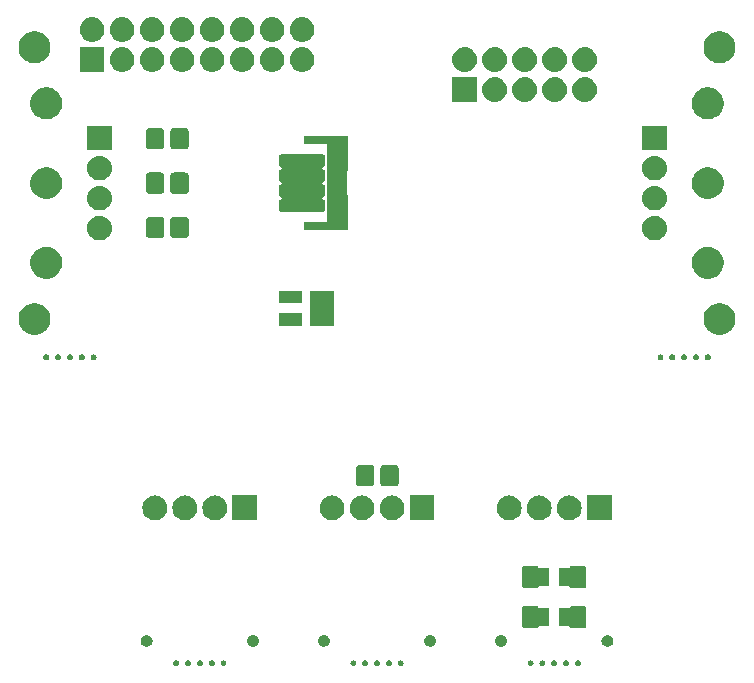
<source format=gbr>
%TF.GenerationSoftware,KiCad,Pcbnew,5.1.0*%
%TF.CreationDate,2019-04-05T03:55:09+02:00*%
%TF.ProjectId,BeerEyePi,42656572-4579-4655-9069-2e6b69636164,rev?*%
%TF.SameCoordinates,Original*%
%TF.FileFunction,Soldermask,Top*%
%TF.FilePolarity,Negative*%
%FSLAX46Y46*%
G04 Gerber Fmt 4.6, Leading zero omitted, Abs format (unit mm)*
G04 Created by KiCad (PCBNEW 5.1.0) date 2019-04-05 03:55:09*
%MOMM*%
%LPD*%
G04 APERTURE LIST*
%ADD10C,0.001000*%
%ADD11C,0.100000*%
G04 APERTURE END LIST*
D10*
G36*
X128300000Y-111250000D02*
G01*
X128300000Y-118750000D01*
X129850000Y-118750000D01*
X129850000Y-111250000D01*
X128300000Y-111250000D01*
G37*
X128300000Y-111250000D02*
X128300000Y-118750000D01*
X129850000Y-118750000D01*
X129850000Y-111250000D01*
X128300000Y-111250000D01*
D11*
G36*
X149572951Y-155409511D02*
G01*
X149572953Y-155409512D01*
X149572954Y-155409512D01*
X149618469Y-155428365D01*
X149659428Y-155455733D01*
X149694267Y-155490572D01*
X149721635Y-155531531D01*
X149740488Y-155577046D01*
X149750100Y-155625369D01*
X149750100Y-155674631D01*
X149740488Y-155722954D01*
X149721635Y-155768469D01*
X149694267Y-155809428D01*
X149659428Y-155844267D01*
X149618469Y-155871635D01*
X149572954Y-155890488D01*
X149572953Y-155890488D01*
X149572951Y-155890489D01*
X149524633Y-155900100D01*
X149475367Y-155900100D01*
X149427049Y-155890489D01*
X149427047Y-155890488D01*
X149427046Y-155890488D01*
X149381531Y-155871635D01*
X149340572Y-155844267D01*
X149305733Y-155809428D01*
X149278365Y-155768469D01*
X149259512Y-155722954D01*
X149249900Y-155674631D01*
X149249900Y-155625369D01*
X149259512Y-155577046D01*
X149278365Y-155531531D01*
X149305733Y-155490572D01*
X149340572Y-155455733D01*
X149381531Y-155428365D01*
X149427046Y-155409512D01*
X149427047Y-155409512D01*
X149427049Y-155409511D01*
X149475367Y-155399900D01*
X149524633Y-155399900D01*
X149572951Y-155409511D01*
X149572951Y-155409511D01*
G37*
G36*
X116572951Y-155409511D02*
G01*
X116572953Y-155409512D01*
X116572954Y-155409512D01*
X116618469Y-155428365D01*
X116659428Y-155455733D01*
X116694267Y-155490572D01*
X116721635Y-155531531D01*
X116740488Y-155577046D01*
X116750100Y-155625369D01*
X116750100Y-155674631D01*
X116740488Y-155722954D01*
X116721635Y-155768469D01*
X116694267Y-155809428D01*
X116659428Y-155844267D01*
X116618469Y-155871635D01*
X116572954Y-155890488D01*
X116572953Y-155890488D01*
X116572951Y-155890489D01*
X116524633Y-155900100D01*
X116475367Y-155900100D01*
X116427049Y-155890489D01*
X116427047Y-155890488D01*
X116427046Y-155890488D01*
X116381531Y-155871635D01*
X116340572Y-155844267D01*
X116305733Y-155809428D01*
X116278365Y-155768469D01*
X116259512Y-155722954D01*
X116249900Y-155674631D01*
X116249900Y-155625369D01*
X116259512Y-155577046D01*
X116278365Y-155531531D01*
X116305733Y-155490572D01*
X116340572Y-155455733D01*
X116381531Y-155428365D01*
X116427046Y-155409512D01*
X116427047Y-155409512D01*
X116427049Y-155409511D01*
X116475367Y-155399900D01*
X116524633Y-155399900D01*
X116572951Y-155409511D01*
X116572951Y-155409511D01*
G37*
G36*
X147572951Y-155409511D02*
G01*
X147572953Y-155409512D01*
X147572954Y-155409512D01*
X147618469Y-155428365D01*
X147659428Y-155455733D01*
X147694267Y-155490572D01*
X147721635Y-155531531D01*
X147740488Y-155577046D01*
X147750100Y-155625369D01*
X147750100Y-155674631D01*
X147740488Y-155722954D01*
X147721635Y-155768469D01*
X147694267Y-155809428D01*
X147659428Y-155844267D01*
X147618469Y-155871635D01*
X147572954Y-155890488D01*
X147572953Y-155890488D01*
X147572951Y-155890489D01*
X147524633Y-155900100D01*
X147475367Y-155900100D01*
X147427049Y-155890489D01*
X147427047Y-155890488D01*
X147427046Y-155890488D01*
X147381531Y-155871635D01*
X147340572Y-155844267D01*
X147305733Y-155809428D01*
X147278365Y-155768469D01*
X147259512Y-155722954D01*
X147249900Y-155674631D01*
X147249900Y-155625369D01*
X147259512Y-155577046D01*
X147278365Y-155531531D01*
X147305733Y-155490572D01*
X147340572Y-155455733D01*
X147381531Y-155428365D01*
X147427046Y-155409512D01*
X147427047Y-155409512D01*
X147427049Y-155409511D01*
X147475367Y-155399900D01*
X147524633Y-155399900D01*
X147572951Y-155409511D01*
X147572951Y-155409511D01*
G37*
G36*
X146572951Y-155409511D02*
G01*
X146572953Y-155409512D01*
X146572954Y-155409512D01*
X146618469Y-155428365D01*
X146659428Y-155455733D01*
X146694267Y-155490572D01*
X146721635Y-155531531D01*
X146740488Y-155577046D01*
X146750100Y-155625369D01*
X146750100Y-155674631D01*
X146740488Y-155722954D01*
X146721635Y-155768469D01*
X146694267Y-155809428D01*
X146659428Y-155844267D01*
X146618469Y-155871635D01*
X146572954Y-155890488D01*
X146572953Y-155890488D01*
X146572951Y-155890489D01*
X146524633Y-155900100D01*
X146475367Y-155900100D01*
X146427049Y-155890489D01*
X146427047Y-155890488D01*
X146427046Y-155890488D01*
X146381531Y-155871635D01*
X146340572Y-155844267D01*
X146305733Y-155809428D01*
X146278365Y-155768469D01*
X146259512Y-155722954D01*
X146249900Y-155674631D01*
X146249900Y-155625369D01*
X146259512Y-155577046D01*
X146278365Y-155531531D01*
X146305733Y-155490572D01*
X146340572Y-155455733D01*
X146381531Y-155428365D01*
X146427046Y-155409512D01*
X146427047Y-155409512D01*
X146427049Y-155409511D01*
X146475367Y-155399900D01*
X146524633Y-155399900D01*
X146572951Y-155409511D01*
X146572951Y-155409511D01*
G37*
G36*
X119572951Y-155409511D02*
G01*
X119572953Y-155409512D01*
X119572954Y-155409512D01*
X119618469Y-155428365D01*
X119659428Y-155455733D01*
X119694267Y-155490572D01*
X119721635Y-155531531D01*
X119740488Y-155577046D01*
X119750100Y-155625369D01*
X119750100Y-155674631D01*
X119740488Y-155722954D01*
X119721635Y-155768469D01*
X119694267Y-155809428D01*
X119659428Y-155844267D01*
X119618469Y-155871635D01*
X119572954Y-155890488D01*
X119572953Y-155890488D01*
X119572951Y-155890489D01*
X119524633Y-155900100D01*
X119475367Y-155900100D01*
X119427049Y-155890489D01*
X119427047Y-155890488D01*
X119427046Y-155890488D01*
X119381531Y-155871635D01*
X119340572Y-155844267D01*
X119305733Y-155809428D01*
X119278365Y-155768469D01*
X119259512Y-155722954D01*
X119249900Y-155674631D01*
X119249900Y-155625369D01*
X119259512Y-155577046D01*
X119278365Y-155531531D01*
X119305733Y-155490572D01*
X119340572Y-155455733D01*
X119381531Y-155428365D01*
X119427046Y-155409512D01*
X119427047Y-155409512D01*
X119427049Y-155409511D01*
X119475367Y-155399900D01*
X119524633Y-155399900D01*
X119572951Y-155409511D01*
X119572951Y-155409511D01*
G37*
G36*
X118572951Y-155409511D02*
G01*
X118572953Y-155409512D01*
X118572954Y-155409512D01*
X118618469Y-155428365D01*
X118659428Y-155455733D01*
X118694267Y-155490572D01*
X118721635Y-155531531D01*
X118740488Y-155577046D01*
X118750100Y-155625369D01*
X118750100Y-155674631D01*
X118740488Y-155722954D01*
X118721635Y-155768469D01*
X118694267Y-155809428D01*
X118659428Y-155844267D01*
X118618469Y-155871635D01*
X118572954Y-155890488D01*
X118572953Y-155890488D01*
X118572951Y-155890489D01*
X118524633Y-155900100D01*
X118475367Y-155900100D01*
X118427049Y-155890489D01*
X118427047Y-155890488D01*
X118427046Y-155890488D01*
X118381531Y-155871635D01*
X118340572Y-155844267D01*
X118305733Y-155809428D01*
X118278365Y-155768469D01*
X118259512Y-155722954D01*
X118249900Y-155674631D01*
X118249900Y-155625369D01*
X118259512Y-155577046D01*
X118278365Y-155531531D01*
X118305733Y-155490572D01*
X118340572Y-155455733D01*
X118381531Y-155428365D01*
X118427046Y-155409512D01*
X118427047Y-155409512D01*
X118427049Y-155409511D01*
X118475367Y-155399900D01*
X118524633Y-155399900D01*
X118572951Y-155409511D01*
X118572951Y-155409511D01*
G37*
G36*
X117572951Y-155409511D02*
G01*
X117572953Y-155409512D01*
X117572954Y-155409512D01*
X117618469Y-155428365D01*
X117659428Y-155455733D01*
X117694267Y-155490572D01*
X117721635Y-155531531D01*
X117740488Y-155577046D01*
X117750100Y-155625369D01*
X117750100Y-155674631D01*
X117740488Y-155722954D01*
X117721635Y-155768469D01*
X117694267Y-155809428D01*
X117659428Y-155844267D01*
X117618469Y-155871635D01*
X117572954Y-155890488D01*
X117572953Y-155890488D01*
X117572951Y-155890489D01*
X117524633Y-155900100D01*
X117475367Y-155900100D01*
X117427049Y-155890489D01*
X117427047Y-155890488D01*
X117427046Y-155890488D01*
X117381531Y-155871635D01*
X117340572Y-155844267D01*
X117305733Y-155809428D01*
X117278365Y-155768469D01*
X117259512Y-155722954D01*
X117249900Y-155674631D01*
X117249900Y-155625369D01*
X117259512Y-155577046D01*
X117278365Y-155531531D01*
X117305733Y-155490572D01*
X117340572Y-155455733D01*
X117381531Y-155428365D01*
X117427046Y-155409512D01*
X117427047Y-155409512D01*
X117427049Y-155409511D01*
X117475367Y-155399900D01*
X117524633Y-155399900D01*
X117572951Y-155409511D01*
X117572951Y-155409511D01*
G37*
G36*
X148572951Y-155409511D02*
G01*
X148572953Y-155409512D01*
X148572954Y-155409512D01*
X148618469Y-155428365D01*
X148659428Y-155455733D01*
X148694267Y-155490572D01*
X148721635Y-155531531D01*
X148740488Y-155577046D01*
X148750100Y-155625369D01*
X148750100Y-155674631D01*
X148740488Y-155722954D01*
X148721635Y-155768469D01*
X148694267Y-155809428D01*
X148659428Y-155844267D01*
X148618469Y-155871635D01*
X148572954Y-155890488D01*
X148572953Y-155890488D01*
X148572951Y-155890489D01*
X148524633Y-155900100D01*
X148475367Y-155900100D01*
X148427049Y-155890489D01*
X148427047Y-155890488D01*
X148427046Y-155890488D01*
X148381531Y-155871635D01*
X148340572Y-155844267D01*
X148305733Y-155809428D01*
X148278365Y-155768469D01*
X148259512Y-155722954D01*
X148249900Y-155674631D01*
X148249900Y-155625369D01*
X148259512Y-155577046D01*
X148278365Y-155531531D01*
X148305733Y-155490572D01*
X148340572Y-155455733D01*
X148381531Y-155428365D01*
X148427046Y-155409512D01*
X148427047Y-155409512D01*
X148427049Y-155409511D01*
X148475367Y-155399900D01*
X148524633Y-155399900D01*
X148572951Y-155409511D01*
X148572951Y-155409511D01*
G37*
G36*
X133572951Y-155409511D02*
G01*
X133572953Y-155409512D01*
X133572954Y-155409512D01*
X133618469Y-155428365D01*
X133659428Y-155455733D01*
X133694267Y-155490572D01*
X133721635Y-155531531D01*
X133740488Y-155577046D01*
X133750100Y-155625369D01*
X133750100Y-155674631D01*
X133740488Y-155722954D01*
X133721635Y-155768469D01*
X133694267Y-155809428D01*
X133659428Y-155844267D01*
X133618469Y-155871635D01*
X133572954Y-155890488D01*
X133572953Y-155890488D01*
X133572951Y-155890489D01*
X133524633Y-155900100D01*
X133475367Y-155900100D01*
X133427049Y-155890489D01*
X133427047Y-155890488D01*
X133427046Y-155890488D01*
X133381531Y-155871635D01*
X133340572Y-155844267D01*
X133305733Y-155809428D01*
X133278365Y-155768469D01*
X133259512Y-155722954D01*
X133249900Y-155674631D01*
X133249900Y-155625369D01*
X133259512Y-155577046D01*
X133278365Y-155531531D01*
X133305733Y-155490572D01*
X133340572Y-155455733D01*
X133381531Y-155428365D01*
X133427046Y-155409512D01*
X133427047Y-155409512D01*
X133427049Y-155409511D01*
X133475367Y-155399900D01*
X133524633Y-155399900D01*
X133572951Y-155409511D01*
X133572951Y-155409511D01*
G37*
G36*
X134572951Y-155409511D02*
G01*
X134572953Y-155409512D01*
X134572954Y-155409512D01*
X134618469Y-155428365D01*
X134659428Y-155455733D01*
X134694267Y-155490572D01*
X134721635Y-155531531D01*
X134740488Y-155577046D01*
X134750100Y-155625369D01*
X134750100Y-155674631D01*
X134740488Y-155722954D01*
X134721635Y-155768469D01*
X134694267Y-155809428D01*
X134659428Y-155844267D01*
X134618469Y-155871635D01*
X134572954Y-155890488D01*
X134572953Y-155890488D01*
X134572951Y-155890489D01*
X134524633Y-155900100D01*
X134475367Y-155900100D01*
X134427049Y-155890489D01*
X134427047Y-155890488D01*
X134427046Y-155890488D01*
X134381531Y-155871635D01*
X134340572Y-155844267D01*
X134305733Y-155809428D01*
X134278365Y-155768469D01*
X134259512Y-155722954D01*
X134249900Y-155674631D01*
X134249900Y-155625369D01*
X134259512Y-155577046D01*
X134278365Y-155531531D01*
X134305733Y-155490572D01*
X134340572Y-155455733D01*
X134381531Y-155428365D01*
X134427046Y-155409512D01*
X134427047Y-155409512D01*
X134427049Y-155409511D01*
X134475367Y-155399900D01*
X134524633Y-155399900D01*
X134572951Y-155409511D01*
X134572951Y-155409511D01*
G37*
G36*
X115572951Y-155409511D02*
G01*
X115572953Y-155409512D01*
X115572954Y-155409512D01*
X115618469Y-155428365D01*
X115659428Y-155455733D01*
X115694267Y-155490572D01*
X115721635Y-155531531D01*
X115740488Y-155577046D01*
X115750100Y-155625369D01*
X115750100Y-155674631D01*
X115740488Y-155722954D01*
X115721635Y-155768469D01*
X115694267Y-155809428D01*
X115659428Y-155844267D01*
X115618469Y-155871635D01*
X115572954Y-155890488D01*
X115572953Y-155890488D01*
X115572951Y-155890489D01*
X115524633Y-155900100D01*
X115475367Y-155900100D01*
X115427049Y-155890489D01*
X115427047Y-155890488D01*
X115427046Y-155890488D01*
X115381531Y-155871635D01*
X115340572Y-155844267D01*
X115305733Y-155809428D01*
X115278365Y-155768469D01*
X115259512Y-155722954D01*
X115249900Y-155674631D01*
X115249900Y-155625369D01*
X115259512Y-155577046D01*
X115278365Y-155531531D01*
X115305733Y-155490572D01*
X115340572Y-155455733D01*
X115381531Y-155428365D01*
X115427046Y-155409512D01*
X115427047Y-155409512D01*
X115427049Y-155409511D01*
X115475367Y-155399900D01*
X115524633Y-155399900D01*
X115572951Y-155409511D01*
X115572951Y-155409511D01*
G37*
G36*
X130572951Y-155409511D02*
G01*
X130572953Y-155409512D01*
X130572954Y-155409512D01*
X130618469Y-155428365D01*
X130659428Y-155455733D01*
X130694267Y-155490572D01*
X130721635Y-155531531D01*
X130740488Y-155577046D01*
X130750100Y-155625369D01*
X130750100Y-155674631D01*
X130740488Y-155722954D01*
X130721635Y-155768469D01*
X130694267Y-155809428D01*
X130659428Y-155844267D01*
X130618469Y-155871635D01*
X130572954Y-155890488D01*
X130572953Y-155890488D01*
X130572951Y-155890489D01*
X130524633Y-155900100D01*
X130475367Y-155900100D01*
X130427049Y-155890489D01*
X130427047Y-155890488D01*
X130427046Y-155890488D01*
X130381531Y-155871635D01*
X130340572Y-155844267D01*
X130305733Y-155809428D01*
X130278365Y-155768469D01*
X130259512Y-155722954D01*
X130249900Y-155674631D01*
X130249900Y-155625369D01*
X130259512Y-155577046D01*
X130278365Y-155531531D01*
X130305733Y-155490572D01*
X130340572Y-155455733D01*
X130381531Y-155428365D01*
X130427046Y-155409512D01*
X130427047Y-155409512D01*
X130427049Y-155409511D01*
X130475367Y-155399900D01*
X130524633Y-155399900D01*
X130572951Y-155409511D01*
X130572951Y-155409511D01*
G37*
G36*
X131572951Y-155409511D02*
G01*
X131572953Y-155409512D01*
X131572954Y-155409512D01*
X131618469Y-155428365D01*
X131659428Y-155455733D01*
X131694267Y-155490572D01*
X131721635Y-155531531D01*
X131740488Y-155577046D01*
X131750100Y-155625369D01*
X131750100Y-155674631D01*
X131740488Y-155722954D01*
X131721635Y-155768469D01*
X131694267Y-155809428D01*
X131659428Y-155844267D01*
X131618469Y-155871635D01*
X131572954Y-155890488D01*
X131572953Y-155890488D01*
X131572951Y-155890489D01*
X131524633Y-155900100D01*
X131475367Y-155900100D01*
X131427049Y-155890489D01*
X131427047Y-155890488D01*
X131427046Y-155890488D01*
X131381531Y-155871635D01*
X131340572Y-155844267D01*
X131305733Y-155809428D01*
X131278365Y-155768469D01*
X131259512Y-155722954D01*
X131249900Y-155674631D01*
X131249900Y-155625369D01*
X131259512Y-155577046D01*
X131278365Y-155531531D01*
X131305733Y-155490572D01*
X131340572Y-155455733D01*
X131381531Y-155428365D01*
X131427046Y-155409512D01*
X131427047Y-155409512D01*
X131427049Y-155409511D01*
X131475367Y-155399900D01*
X131524633Y-155399900D01*
X131572951Y-155409511D01*
X131572951Y-155409511D01*
G37*
G36*
X132572951Y-155409511D02*
G01*
X132572953Y-155409512D01*
X132572954Y-155409512D01*
X132618469Y-155428365D01*
X132659428Y-155455733D01*
X132694267Y-155490572D01*
X132721635Y-155531531D01*
X132740488Y-155577046D01*
X132750100Y-155625369D01*
X132750100Y-155674631D01*
X132740488Y-155722954D01*
X132721635Y-155768469D01*
X132694267Y-155809428D01*
X132659428Y-155844267D01*
X132618469Y-155871635D01*
X132572954Y-155890488D01*
X132572953Y-155890488D01*
X132572951Y-155890489D01*
X132524633Y-155900100D01*
X132475367Y-155900100D01*
X132427049Y-155890489D01*
X132427047Y-155890488D01*
X132427046Y-155890488D01*
X132381531Y-155871635D01*
X132340572Y-155844267D01*
X132305733Y-155809428D01*
X132278365Y-155768469D01*
X132259512Y-155722954D01*
X132249900Y-155674631D01*
X132249900Y-155625369D01*
X132259512Y-155577046D01*
X132278365Y-155531531D01*
X132305733Y-155490572D01*
X132340572Y-155455733D01*
X132381531Y-155428365D01*
X132427046Y-155409512D01*
X132427047Y-155409512D01*
X132427049Y-155409511D01*
X132475367Y-155399900D01*
X132524633Y-155399900D01*
X132572951Y-155409511D01*
X132572951Y-155409511D01*
G37*
G36*
X145572951Y-155409511D02*
G01*
X145572953Y-155409512D01*
X145572954Y-155409512D01*
X145618469Y-155428365D01*
X145659428Y-155455733D01*
X145694267Y-155490572D01*
X145721635Y-155531531D01*
X145740488Y-155577046D01*
X145750100Y-155625369D01*
X145750100Y-155674631D01*
X145740488Y-155722954D01*
X145721635Y-155768469D01*
X145694267Y-155809428D01*
X145659428Y-155844267D01*
X145618469Y-155871635D01*
X145572954Y-155890488D01*
X145572953Y-155890488D01*
X145572951Y-155890489D01*
X145524633Y-155900100D01*
X145475367Y-155900100D01*
X145427049Y-155890489D01*
X145427047Y-155890488D01*
X145427046Y-155890488D01*
X145381531Y-155871635D01*
X145340572Y-155844267D01*
X145305733Y-155809428D01*
X145278365Y-155768469D01*
X145259512Y-155722954D01*
X145249900Y-155674631D01*
X145249900Y-155625369D01*
X145259512Y-155577046D01*
X145278365Y-155531531D01*
X145305733Y-155490572D01*
X145340572Y-155455733D01*
X145381531Y-155428365D01*
X145427046Y-155409512D01*
X145427047Y-155409512D01*
X145427049Y-155409511D01*
X145475367Y-155399900D01*
X145524633Y-155399900D01*
X145572951Y-155409511D01*
X145572951Y-155409511D01*
G37*
G36*
X143145874Y-153269118D02*
G01*
X143145877Y-153269119D01*
X143145876Y-153269119D01*
X143236888Y-153306818D01*
X143318794Y-153361545D01*
X143388455Y-153431206D01*
X143443182Y-153513112D01*
X143443183Y-153513114D01*
X143480882Y-153604126D01*
X143500100Y-153700744D01*
X143500100Y-153799256D01*
X143480882Y-153895874D01*
X143480881Y-153895876D01*
X143443182Y-153986888D01*
X143388455Y-154068794D01*
X143318794Y-154138455D01*
X143236888Y-154193182D01*
X143236887Y-154193183D01*
X143236886Y-154193183D01*
X143145874Y-154230882D01*
X143049256Y-154250100D01*
X142950744Y-154250100D01*
X142854126Y-154230882D01*
X142763114Y-154193183D01*
X142763113Y-154193183D01*
X142763112Y-154193182D01*
X142681206Y-154138455D01*
X142611545Y-154068794D01*
X142556818Y-153986888D01*
X142519119Y-153895876D01*
X142519118Y-153895874D01*
X142499900Y-153799256D01*
X142499900Y-153700744D01*
X142519118Y-153604126D01*
X142556817Y-153513114D01*
X142556818Y-153513112D01*
X142611545Y-153431206D01*
X142681206Y-153361545D01*
X142763112Y-153306818D01*
X142854124Y-153269119D01*
X142854123Y-153269119D01*
X142854126Y-153269118D01*
X142950744Y-153249900D01*
X143049256Y-153249900D01*
X143145874Y-153269118D01*
X143145874Y-153269118D01*
G37*
G36*
X128145874Y-153269118D02*
G01*
X128145877Y-153269119D01*
X128145876Y-153269119D01*
X128236888Y-153306818D01*
X128318794Y-153361545D01*
X128388455Y-153431206D01*
X128443182Y-153513112D01*
X128443183Y-153513114D01*
X128480882Y-153604126D01*
X128500100Y-153700744D01*
X128500100Y-153799256D01*
X128480882Y-153895874D01*
X128480881Y-153895876D01*
X128443182Y-153986888D01*
X128388455Y-154068794D01*
X128318794Y-154138455D01*
X128236888Y-154193182D01*
X128236887Y-154193183D01*
X128236886Y-154193183D01*
X128145874Y-154230882D01*
X128049256Y-154250100D01*
X127950744Y-154250100D01*
X127854126Y-154230882D01*
X127763114Y-154193183D01*
X127763113Y-154193183D01*
X127763112Y-154193182D01*
X127681206Y-154138455D01*
X127611545Y-154068794D01*
X127556818Y-153986888D01*
X127519119Y-153895876D01*
X127519118Y-153895874D01*
X127499900Y-153799256D01*
X127499900Y-153700744D01*
X127519118Y-153604126D01*
X127556817Y-153513114D01*
X127556818Y-153513112D01*
X127611545Y-153431206D01*
X127681206Y-153361545D01*
X127763112Y-153306818D01*
X127854124Y-153269119D01*
X127854123Y-153269119D01*
X127854126Y-153269118D01*
X127950744Y-153249900D01*
X128049256Y-153249900D01*
X128145874Y-153269118D01*
X128145874Y-153269118D01*
G37*
G36*
X152145874Y-153269118D02*
G01*
X152145877Y-153269119D01*
X152145876Y-153269119D01*
X152236888Y-153306818D01*
X152318794Y-153361545D01*
X152388455Y-153431206D01*
X152443182Y-153513112D01*
X152443183Y-153513114D01*
X152480882Y-153604126D01*
X152500100Y-153700744D01*
X152500100Y-153799256D01*
X152480882Y-153895874D01*
X152480881Y-153895876D01*
X152443182Y-153986888D01*
X152388455Y-154068794D01*
X152318794Y-154138455D01*
X152236888Y-154193182D01*
X152236887Y-154193183D01*
X152236886Y-154193183D01*
X152145874Y-154230882D01*
X152049256Y-154250100D01*
X151950744Y-154250100D01*
X151854126Y-154230882D01*
X151763114Y-154193183D01*
X151763113Y-154193183D01*
X151763112Y-154193182D01*
X151681206Y-154138455D01*
X151611545Y-154068794D01*
X151556818Y-153986888D01*
X151519119Y-153895876D01*
X151519118Y-153895874D01*
X151499900Y-153799256D01*
X151499900Y-153700744D01*
X151519118Y-153604126D01*
X151556817Y-153513114D01*
X151556818Y-153513112D01*
X151611545Y-153431206D01*
X151681206Y-153361545D01*
X151763112Y-153306818D01*
X151854124Y-153269119D01*
X151854123Y-153269119D01*
X151854126Y-153269118D01*
X151950744Y-153249900D01*
X152049256Y-153249900D01*
X152145874Y-153269118D01*
X152145874Y-153269118D01*
G37*
G36*
X122145874Y-153269118D02*
G01*
X122145877Y-153269119D01*
X122145876Y-153269119D01*
X122236888Y-153306818D01*
X122318794Y-153361545D01*
X122388455Y-153431206D01*
X122443182Y-153513112D01*
X122443183Y-153513114D01*
X122480882Y-153604126D01*
X122500100Y-153700744D01*
X122500100Y-153799256D01*
X122480882Y-153895874D01*
X122480881Y-153895876D01*
X122443182Y-153986888D01*
X122388455Y-154068794D01*
X122318794Y-154138455D01*
X122236888Y-154193182D01*
X122236887Y-154193183D01*
X122236886Y-154193183D01*
X122145874Y-154230882D01*
X122049256Y-154250100D01*
X121950744Y-154250100D01*
X121854126Y-154230882D01*
X121763114Y-154193183D01*
X121763113Y-154193183D01*
X121763112Y-154193182D01*
X121681206Y-154138455D01*
X121611545Y-154068794D01*
X121556818Y-153986888D01*
X121519119Y-153895876D01*
X121519118Y-153895874D01*
X121499900Y-153799256D01*
X121499900Y-153700744D01*
X121519118Y-153604126D01*
X121556817Y-153513114D01*
X121556818Y-153513112D01*
X121611545Y-153431206D01*
X121681206Y-153361545D01*
X121763112Y-153306818D01*
X121854124Y-153269119D01*
X121854123Y-153269119D01*
X121854126Y-153269118D01*
X121950744Y-153249900D01*
X122049256Y-153249900D01*
X122145874Y-153269118D01*
X122145874Y-153269118D01*
G37*
G36*
X113145874Y-153269118D02*
G01*
X113145877Y-153269119D01*
X113145876Y-153269119D01*
X113236888Y-153306818D01*
X113318794Y-153361545D01*
X113388455Y-153431206D01*
X113443182Y-153513112D01*
X113443183Y-153513114D01*
X113480882Y-153604126D01*
X113500100Y-153700744D01*
X113500100Y-153799256D01*
X113480882Y-153895874D01*
X113480881Y-153895876D01*
X113443182Y-153986888D01*
X113388455Y-154068794D01*
X113318794Y-154138455D01*
X113236888Y-154193182D01*
X113236887Y-154193183D01*
X113236886Y-154193183D01*
X113145874Y-154230882D01*
X113049256Y-154250100D01*
X112950744Y-154250100D01*
X112854126Y-154230882D01*
X112763114Y-154193183D01*
X112763113Y-154193183D01*
X112763112Y-154193182D01*
X112681206Y-154138455D01*
X112611545Y-154068794D01*
X112556818Y-153986888D01*
X112519119Y-153895876D01*
X112519118Y-153895874D01*
X112499900Y-153799256D01*
X112499900Y-153700744D01*
X112519118Y-153604126D01*
X112556817Y-153513114D01*
X112556818Y-153513112D01*
X112611545Y-153431206D01*
X112681206Y-153361545D01*
X112763112Y-153306818D01*
X112854124Y-153269119D01*
X112854123Y-153269119D01*
X112854126Y-153269118D01*
X112950744Y-153249900D01*
X113049256Y-153249900D01*
X113145874Y-153269118D01*
X113145874Y-153269118D01*
G37*
G36*
X137145874Y-153269118D02*
G01*
X137145877Y-153269119D01*
X137145876Y-153269119D01*
X137236888Y-153306818D01*
X137318794Y-153361545D01*
X137388455Y-153431206D01*
X137443182Y-153513112D01*
X137443183Y-153513114D01*
X137480882Y-153604126D01*
X137500100Y-153700744D01*
X137500100Y-153799256D01*
X137480882Y-153895874D01*
X137480881Y-153895876D01*
X137443182Y-153986888D01*
X137388455Y-154068794D01*
X137318794Y-154138455D01*
X137236888Y-154193182D01*
X137236887Y-154193183D01*
X137236886Y-154193183D01*
X137145874Y-154230882D01*
X137049256Y-154250100D01*
X136950744Y-154250100D01*
X136854126Y-154230882D01*
X136763114Y-154193183D01*
X136763113Y-154193183D01*
X136763112Y-154193182D01*
X136681206Y-154138455D01*
X136611545Y-154068794D01*
X136556818Y-153986888D01*
X136519119Y-153895876D01*
X136519118Y-153895874D01*
X136499900Y-153799256D01*
X136499900Y-153700744D01*
X136519118Y-153604126D01*
X136556817Y-153513114D01*
X136556818Y-153513112D01*
X136611545Y-153431206D01*
X136681206Y-153361545D01*
X136763112Y-153306818D01*
X136854124Y-153269119D01*
X136854123Y-153269119D01*
X136854126Y-153269118D01*
X136950744Y-153249900D01*
X137049256Y-153249900D01*
X137145874Y-153269118D01*
X137145874Y-153269118D01*
G37*
G36*
X149999997Y-150799032D02*
G01*
X150000000Y-150799032D01*
X150029259Y-150801914D01*
X150039208Y-150802894D01*
X150055624Y-150807874D01*
X150076907Y-150814330D01*
X150111652Y-150832901D01*
X150142106Y-150857894D01*
X150167099Y-150888348D01*
X150185670Y-150923093D01*
X150197106Y-150960793D01*
X150200777Y-150998058D01*
X150201452Y-151004917D01*
X150201452Y-152495083D01*
X150200968Y-152499997D01*
X150200968Y-152500000D01*
X150197106Y-152539207D01*
X150185670Y-152576907D01*
X150167099Y-152611652D01*
X150142106Y-152642106D01*
X150111652Y-152667099D01*
X150076907Y-152685670D01*
X150055624Y-152692126D01*
X150039208Y-152697106D01*
X150029259Y-152698086D01*
X150000000Y-152700968D01*
X149999997Y-152700968D01*
X149995083Y-152701452D01*
X149004917Y-152701452D01*
X149000003Y-152700968D01*
X149000000Y-152700968D01*
X148970741Y-152698086D01*
X148960792Y-152697106D01*
X148944376Y-152692126D01*
X148923093Y-152685670D01*
X148888348Y-152667099D01*
X148857894Y-152642106D01*
X148832785Y-152611477D01*
X148832756Y-152611434D01*
X148829642Y-152607635D01*
X148787571Y-152544529D01*
X148775151Y-152529363D01*
X148760010Y-152516911D01*
X148742731Y-152507652D01*
X148723978Y-152501942D01*
X148704367Y-152500000D01*
X147950000Y-152500000D01*
X147950000Y-151000000D01*
X148704367Y-151000000D01*
X148723876Y-150998079D01*
X148742635Y-150992388D01*
X148759923Y-150983147D01*
X148775077Y-150970711D01*
X148787571Y-150955471D01*
X148829659Y-150892339D01*
X148857745Y-150858042D01*
X148888173Y-150833018D01*
X148922898Y-150814410D01*
X148960563Y-150802942D01*
X148960564Y-150802942D01*
X148960587Y-150802935D01*
X149000000Y-150799032D01*
X149000048Y-150799032D01*
X149004936Y-150798548D01*
X149995083Y-150798548D01*
X149999997Y-150799032D01*
X149999997Y-150799032D01*
G37*
G36*
X145999997Y-150799032D02*
G01*
X146000000Y-150799032D01*
X146029259Y-150801914D01*
X146039208Y-150802894D01*
X146055624Y-150807874D01*
X146076907Y-150814330D01*
X146111652Y-150832901D01*
X146142106Y-150857894D01*
X146167215Y-150888523D01*
X146167244Y-150888566D01*
X146170358Y-150892365D01*
X146212429Y-150955471D01*
X146224849Y-150970637D01*
X146239990Y-150983089D01*
X146257269Y-150992348D01*
X146276022Y-150998058D01*
X146295633Y-151000000D01*
X147050000Y-151000000D01*
X147050000Y-152500000D01*
X146295633Y-152500000D01*
X146276124Y-152501921D01*
X146257365Y-152507612D01*
X146240077Y-152516853D01*
X146224923Y-152529289D01*
X146212429Y-152544529D01*
X146170341Y-152607661D01*
X146142255Y-152641958D01*
X146111827Y-152666982D01*
X146077102Y-152685590D01*
X146039437Y-152697058D01*
X146039436Y-152697058D01*
X146039413Y-152697065D01*
X146000000Y-152700968D01*
X145999952Y-152700968D01*
X145995064Y-152701452D01*
X145004917Y-152701452D01*
X145000003Y-152700968D01*
X145000000Y-152700968D01*
X144970741Y-152698086D01*
X144960792Y-152697106D01*
X144944376Y-152692126D01*
X144923093Y-152685670D01*
X144888348Y-152667099D01*
X144857894Y-152642106D01*
X144832901Y-152611652D01*
X144814330Y-152576907D01*
X144802894Y-152539207D01*
X144799032Y-152500000D01*
X144799032Y-152499997D01*
X144798548Y-152495083D01*
X144798548Y-151004917D01*
X144799224Y-150998058D01*
X144802894Y-150960793D01*
X144814330Y-150923093D01*
X144832901Y-150888348D01*
X144857894Y-150857894D01*
X144888348Y-150832901D01*
X144923093Y-150814330D01*
X144944376Y-150807874D01*
X144960792Y-150802894D01*
X144970741Y-150801914D01*
X145000000Y-150799032D01*
X145000003Y-150799032D01*
X145004917Y-150798548D01*
X145995083Y-150798548D01*
X145999997Y-150799032D01*
X145999997Y-150799032D01*
G37*
G36*
X149999997Y-147399032D02*
G01*
X150000000Y-147399032D01*
X150029259Y-147401914D01*
X150039208Y-147402894D01*
X150055624Y-147407874D01*
X150076907Y-147414330D01*
X150111652Y-147432901D01*
X150142106Y-147457894D01*
X150167099Y-147488348D01*
X150185670Y-147523093D01*
X150197106Y-147560793D01*
X150200777Y-147598058D01*
X150201452Y-147604917D01*
X150201452Y-149095083D01*
X150200968Y-149099997D01*
X150200968Y-149100000D01*
X150197106Y-149139207D01*
X150185670Y-149176907D01*
X150167099Y-149211652D01*
X150142106Y-149242106D01*
X150111652Y-149267099D01*
X150076907Y-149285670D01*
X150055624Y-149292126D01*
X150039208Y-149297106D01*
X150029259Y-149298086D01*
X150000000Y-149300968D01*
X149999997Y-149300968D01*
X149995083Y-149301452D01*
X149004917Y-149301452D01*
X149000003Y-149300968D01*
X149000000Y-149300968D01*
X148970741Y-149298086D01*
X148960792Y-149297106D01*
X148944376Y-149292126D01*
X148923093Y-149285670D01*
X148888348Y-149267099D01*
X148857894Y-149242106D01*
X148832785Y-149211477D01*
X148832756Y-149211434D01*
X148829642Y-149207635D01*
X148787571Y-149144529D01*
X148775151Y-149129363D01*
X148760010Y-149116911D01*
X148742731Y-149107652D01*
X148723978Y-149101942D01*
X148704367Y-149100000D01*
X147950000Y-149100000D01*
X147950000Y-147600000D01*
X148704367Y-147600000D01*
X148723876Y-147598079D01*
X148742635Y-147592388D01*
X148759923Y-147583147D01*
X148775077Y-147570711D01*
X148787571Y-147555471D01*
X148829659Y-147492339D01*
X148857745Y-147458042D01*
X148888173Y-147433018D01*
X148922898Y-147414410D01*
X148960563Y-147402942D01*
X148960564Y-147402942D01*
X148960587Y-147402935D01*
X149000000Y-147399032D01*
X149000048Y-147399032D01*
X149004936Y-147398548D01*
X149995083Y-147398548D01*
X149999997Y-147399032D01*
X149999997Y-147399032D01*
G37*
G36*
X145999997Y-147399032D02*
G01*
X146000000Y-147399032D01*
X146029259Y-147401914D01*
X146039208Y-147402894D01*
X146055624Y-147407874D01*
X146076907Y-147414330D01*
X146111652Y-147432901D01*
X146142106Y-147457894D01*
X146167215Y-147488523D01*
X146167244Y-147488566D01*
X146170358Y-147492365D01*
X146212429Y-147555471D01*
X146224849Y-147570637D01*
X146239990Y-147583089D01*
X146257269Y-147592348D01*
X146276022Y-147598058D01*
X146295633Y-147600000D01*
X147050000Y-147600000D01*
X147050000Y-149100000D01*
X146295633Y-149100000D01*
X146276124Y-149101921D01*
X146257365Y-149107612D01*
X146240077Y-149116853D01*
X146224923Y-149129289D01*
X146212429Y-149144529D01*
X146170341Y-149207661D01*
X146142255Y-149241958D01*
X146111827Y-149266982D01*
X146077102Y-149285590D01*
X146039437Y-149297058D01*
X146039436Y-149297058D01*
X146039413Y-149297065D01*
X146000000Y-149300968D01*
X145999952Y-149300968D01*
X145995064Y-149301452D01*
X145004917Y-149301452D01*
X145000003Y-149300968D01*
X145000000Y-149300968D01*
X144970741Y-149298086D01*
X144960792Y-149297106D01*
X144944376Y-149292126D01*
X144923093Y-149285670D01*
X144888348Y-149267099D01*
X144857894Y-149242106D01*
X144832901Y-149211652D01*
X144814330Y-149176907D01*
X144802894Y-149139207D01*
X144799032Y-149100000D01*
X144799032Y-149099997D01*
X144798548Y-149095083D01*
X144798548Y-147604917D01*
X144799224Y-147598058D01*
X144802894Y-147560793D01*
X144814330Y-147523093D01*
X144832901Y-147488348D01*
X144857894Y-147457894D01*
X144888348Y-147432901D01*
X144923093Y-147414330D01*
X144944376Y-147407874D01*
X144960792Y-147402894D01*
X144970741Y-147401914D01*
X145000000Y-147399032D01*
X145000003Y-147399032D01*
X145004917Y-147398548D01*
X145995083Y-147398548D01*
X145999997Y-147399032D01*
X145999997Y-147399032D01*
G37*
G36*
X113857272Y-141461395D02*
G01*
X113895836Y-141465193D01*
X114027787Y-141505220D01*
X114093763Y-141525233D01*
X114276169Y-141622731D01*
X114436054Y-141753946D01*
X114567269Y-141913831D01*
X114664767Y-142096237D01*
X114664767Y-142096238D01*
X114724807Y-142294164D01*
X114724807Y-142294166D01*
X114745081Y-142500000D01*
X114728143Y-142671961D01*
X114724807Y-142705836D01*
X114684780Y-142837787D01*
X114664767Y-142903763D01*
X114567269Y-143086169D01*
X114436054Y-143246054D01*
X114276169Y-143377269D01*
X114093763Y-143474767D01*
X114027787Y-143494780D01*
X113895836Y-143534807D01*
X113857272Y-143538605D01*
X113741584Y-143550000D01*
X113638416Y-143550000D01*
X113522728Y-143538605D01*
X113484164Y-143534807D01*
X113352213Y-143494780D01*
X113286237Y-143474767D01*
X113103831Y-143377269D01*
X112943946Y-143246054D01*
X112812731Y-143086169D01*
X112715233Y-142903763D01*
X112695220Y-142837787D01*
X112655193Y-142705836D01*
X112651857Y-142671961D01*
X112634919Y-142500000D01*
X112655193Y-142294166D01*
X112655193Y-142294164D01*
X112715233Y-142096238D01*
X112715233Y-142096237D01*
X112812731Y-141913831D01*
X112943946Y-141753946D01*
X113103831Y-141622731D01*
X113286237Y-141525233D01*
X113352213Y-141505220D01*
X113484164Y-141465193D01*
X113522728Y-141461395D01*
X113638416Y-141450000D01*
X113741584Y-141450000D01*
X113857272Y-141461395D01*
X113857272Y-141461395D01*
G37*
G36*
X116397272Y-141461395D02*
G01*
X116435836Y-141465193D01*
X116567787Y-141505220D01*
X116633763Y-141525233D01*
X116816169Y-141622731D01*
X116976054Y-141753946D01*
X117107269Y-141913831D01*
X117204767Y-142096237D01*
X117204767Y-142096238D01*
X117264807Y-142294164D01*
X117264807Y-142294166D01*
X117285081Y-142500000D01*
X117268143Y-142671961D01*
X117264807Y-142705836D01*
X117224780Y-142837787D01*
X117204767Y-142903763D01*
X117107269Y-143086169D01*
X116976054Y-143246054D01*
X116816169Y-143377269D01*
X116633763Y-143474767D01*
X116567787Y-143494780D01*
X116435836Y-143534807D01*
X116397272Y-143538605D01*
X116281584Y-143550000D01*
X116178416Y-143550000D01*
X116062728Y-143538605D01*
X116024164Y-143534807D01*
X115892213Y-143494780D01*
X115826237Y-143474767D01*
X115643831Y-143377269D01*
X115483946Y-143246054D01*
X115352731Y-143086169D01*
X115255233Y-142903763D01*
X115235220Y-142837787D01*
X115195193Y-142705836D01*
X115191857Y-142671961D01*
X115174919Y-142500000D01*
X115195193Y-142294166D01*
X115195193Y-142294164D01*
X115255233Y-142096238D01*
X115255233Y-142096237D01*
X115352731Y-141913831D01*
X115483946Y-141753946D01*
X115643831Y-141622731D01*
X115826237Y-141525233D01*
X115892213Y-141505220D01*
X116024164Y-141465193D01*
X116062728Y-141461395D01*
X116178416Y-141450000D01*
X116281584Y-141450000D01*
X116397272Y-141461395D01*
X116397272Y-141461395D01*
G37*
G36*
X122360000Y-143550000D02*
G01*
X120260000Y-143550000D01*
X120260000Y-141450000D01*
X122360000Y-141450000D01*
X122360000Y-143550000D01*
X122360000Y-143550000D01*
G37*
G36*
X118937272Y-141461395D02*
G01*
X118975836Y-141465193D01*
X119107787Y-141505220D01*
X119173763Y-141525233D01*
X119356169Y-141622731D01*
X119516054Y-141753946D01*
X119647269Y-141913831D01*
X119744767Y-142096237D01*
X119744767Y-142096238D01*
X119804807Y-142294164D01*
X119804807Y-142294166D01*
X119825081Y-142500000D01*
X119808143Y-142671961D01*
X119804807Y-142705836D01*
X119764780Y-142837787D01*
X119744767Y-142903763D01*
X119647269Y-143086169D01*
X119516054Y-143246054D01*
X119356169Y-143377269D01*
X119173763Y-143474767D01*
X119107787Y-143494780D01*
X118975836Y-143534807D01*
X118937272Y-143538605D01*
X118821584Y-143550000D01*
X118718416Y-143550000D01*
X118602728Y-143538605D01*
X118564164Y-143534807D01*
X118432213Y-143494780D01*
X118366237Y-143474767D01*
X118183831Y-143377269D01*
X118023946Y-143246054D01*
X117892731Y-143086169D01*
X117795233Y-142903763D01*
X117775220Y-142837787D01*
X117735193Y-142705836D01*
X117731857Y-142671961D01*
X117714919Y-142500000D01*
X117735193Y-142294166D01*
X117735193Y-142294164D01*
X117795233Y-142096238D01*
X117795233Y-142096237D01*
X117892731Y-141913831D01*
X118023946Y-141753946D01*
X118183831Y-141622731D01*
X118366237Y-141525233D01*
X118432213Y-141505220D01*
X118564164Y-141465193D01*
X118602728Y-141461395D01*
X118718416Y-141450000D01*
X118821584Y-141450000D01*
X118937272Y-141461395D01*
X118937272Y-141461395D01*
G37*
G36*
X152360000Y-143550000D02*
G01*
X150260000Y-143550000D01*
X150260000Y-141450000D01*
X152360000Y-141450000D01*
X152360000Y-143550000D01*
X152360000Y-143550000D01*
G37*
G36*
X128857272Y-141461395D02*
G01*
X128895836Y-141465193D01*
X129027787Y-141505220D01*
X129093763Y-141525233D01*
X129276169Y-141622731D01*
X129436054Y-141753946D01*
X129567269Y-141913831D01*
X129664767Y-142096237D01*
X129664767Y-142096238D01*
X129724807Y-142294164D01*
X129724807Y-142294166D01*
X129745081Y-142500000D01*
X129728143Y-142671961D01*
X129724807Y-142705836D01*
X129684780Y-142837787D01*
X129664767Y-142903763D01*
X129567269Y-143086169D01*
X129436054Y-143246054D01*
X129276169Y-143377269D01*
X129093763Y-143474767D01*
X129027787Y-143494780D01*
X128895836Y-143534807D01*
X128857272Y-143538605D01*
X128741584Y-143550000D01*
X128638416Y-143550000D01*
X128522728Y-143538605D01*
X128484164Y-143534807D01*
X128352213Y-143494780D01*
X128286237Y-143474767D01*
X128103831Y-143377269D01*
X127943946Y-143246054D01*
X127812731Y-143086169D01*
X127715233Y-142903763D01*
X127695220Y-142837787D01*
X127655193Y-142705836D01*
X127651857Y-142671961D01*
X127634919Y-142500000D01*
X127655193Y-142294166D01*
X127655193Y-142294164D01*
X127715233Y-142096238D01*
X127715233Y-142096237D01*
X127812731Y-141913831D01*
X127943946Y-141753946D01*
X128103831Y-141622731D01*
X128286237Y-141525233D01*
X128352213Y-141505220D01*
X128484164Y-141465193D01*
X128522728Y-141461395D01*
X128638416Y-141450000D01*
X128741584Y-141450000D01*
X128857272Y-141461395D01*
X128857272Y-141461395D01*
G37*
G36*
X131397272Y-141461395D02*
G01*
X131435836Y-141465193D01*
X131567787Y-141505220D01*
X131633763Y-141525233D01*
X131816169Y-141622731D01*
X131976054Y-141753946D01*
X132107269Y-141913831D01*
X132204767Y-142096237D01*
X132204767Y-142096238D01*
X132264807Y-142294164D01*
X132264807Y-142294166D01*
X132285081Y-142500000D01*
X132268143Y-142671961D01*
X132264807Y-142705836D01*
X132224780Y-142837787D01*
X132204767Y-142903763D01*
X132107269Y-143086169D01*
X131976054Y-143246054D01*
X131816169Y-143377269D01*
X131633763Y-143474767D01*
X131567787Y-143494780D01*
X131435836Y-143534807D01*
X131397272Y-143538605D01*
X131281584Y-143550000D01*
X131178416Y-143550000D01*
X131062728Y-143538605D01*
X131024164Y-143534807D01*
X130892213Y-143494780D01*
X130826237Y-143474767D01*
X130643831Y-143377269D01*
X130483946Y-143246054D01*
X130352731Y-143086169D01*
X130255233Y-142903763D01*
X130235220Y-142837787D01*
X130195193Y-142705836D01*
X130191857Y-142671961D01*
X130174919Y-142500000D01*
X130195193Y-142294166D01*
X130195193Y-142294164D01*
X130255233Y-142096238D01*
X130255233Y-142096237D01*
X130352731Y-141913831D01*
X130483946Y-141753946D01*
X130643831Y-141622731D01*
X130826237Y-141525233D01*
X130892213Y-141505220D01*
X131024164Y-141465193D01*
X131062728Y-141461395D01*
X131178416Y-141450000D01*
X131281584Y-141450000D01*
X131397272Y-141461395D01*
X131397272Y-141461395D01*
G37*
G36*
X133937272Y-141461395D02*
G01*
X133975836Y-141465193D01*
X134107787Y-141505220D01*
X134173763Y-141525233D01*
X134356169Y-141622731D01*
X134516054Y-141753946D01*
X134647269Y-141913831D01*
X134744767Y-142096237D01*
X134744767Y-142096238D01*
X134804807Y-142294164D01*
X134804807Y-142294166D01*
X134825081Y-142500000D01*
X134808143Y-142671961D01*
X134804807Y-142705836D01*
X134764780Y-142837787D01*
X134744767Y-142903763D01*
X134647269Y-143086169D01*
X134516054Y-143246054D01*
X134356169Y-143377269D01*
X134173763Y-143474767D01*
X134107787Y-143494780D01*
X133975836Y-143534807D01*
X133937272Y-143538605D01*
X133821584Y-143550000D01*
X133718416Y-143550000D01*
X133602728Y-143538605D01*
X133564164Y-143534807D01*
X133432213Y-143494780D01*
X133366237Y-143474767D01*
X133183831Y-143377269D01*
X133023946Y-143246054D01*
X132892731Y-143086169D01*
X132795233Y-142903763D01*
X132775220Y-142837787D01*
X132735193Y-142705836D01*
X132731857Y-142671961D01*
X132714919Y-142500000D01*
X132735193Y-142294166D01*
X132735193Y-142294164D01*
X132795233Y-142096238D01*
X132795233Y-142096237D01*
X132892731Y-141913831D01*
X133023946Y-141753946D01*
X133183831Y-141622731D01*
X133366237Y-141525233D01*
X133432213Y-141505220D01*
X133564164Y-141465193D01*
X133602728Y-141461395D01*
X133718416Y-141450000D01*
X133821584Y-141450000D01*
X133937272Y-141461395D01*
X133937272Y-141461395D01*
G37*
G36*
X137360000Y-143550000D02*
G01*
X135260000Y-143550000D01*
X135260000Y-141450000D01*
X137360000Y-141450000D01*
X137360000Y-143550000D01*
X137360000Y-143550000D01*
G37*
G36*
X143857272Y-141461395D02*
G01*
X143895836Y-141465193D01*
X144027787Y-141505220D01*
X144093763Y-141525233D01*
X144276169Y-141622731D01*
X144436054Y-141753946D01*
X144567269Y-141913831D01*
X144664767Y-142096237D01*
X144664767Y-142096238D01*
X144724807Y-142294164D01*
X144724807Y-142294166D01*
X144745081Y-142500000D01*
X144728143Y-142671961D01*
X144724807Y-142705836D01*
X144684780Y-142837787D01*
X144664767Y-142903763D01*
X144567269Y-143086169D01*
X144436054Y-143246054D01*
X144276169Y-143377269D01*
X144093763Y-143474767D01*
X144027787Y-143494780D01*
X143895836Y-143534807D01*
X143857272Y-143538605D01*
X143741584Y-143550000D01*
X143638416Y-143550000D01*
X143522728Y-143538605D01*
X143484164Y-143534807D01*
X143352213Y-143494780D01*
X143286237Y-143474767D01*
X143103831Y-143377269D01*
X142943946Y-143246054D01*
X142812731Y-143086169D01*
X142715233Y-142903763D01*
X142695220Y-142837787D01*
X142655193Y-142705836D01*
X142651857Y-142671961D01*
X142634919Y-142500000D01*
X142655193Y-142294166D01*
X142655193Y-142294164D01*
X142715233Y-142096238D01*
X142715233Y-142096237D01*
X142812731Y-141913831D01*
X142943946Y-141753946D01*
X143103831Y-141622731D01*
X143286237Y-141525233D01*
X143352213Y-141505220D01*
X143484164Y-141465193D01*
X143522728Y-141461395D01*
X143638416Y-141450000D01*
X143741584Y-141450000D01*
X143857272Y-141461395D01*
X143857272Y-141461395D01*
G37*
G36*
X146397272Y-141461395D02*
G01*
X146435836Y-141465193D01*
X146567787Y-141505220D01*
X146633763Y-141525233D01*
X146816169Y-141622731D01*
X146976054Y-141753946D01*
X147107269Y-141913831D01*
X147204767Y-142096237D01*
X147204767Y-142096238D01*
X147264807Y-142294164D01*
X147264807Y-142294166D01*
X147285081Y-142500000D01*
X147268143Y-142671961D01*
X147264807Y-142705836D01*
X147224780Y-142837787D01*
X147204767Y-142903763D01*
X147107269Y-143086169D01*
X146976054Y-143246054D01*
X146816169Y-143377269D01*
X146633763Y-143474767D01*
X146567787Y-143494780D01*
X146435836Y-143534807D01*
X146397272Y-143538605D01*
X146281584Y-143550000D01*
X146178416Y-143550000D01*
X146062728Y-143538605D01*
X146024164Y-143534807D01*
X145892213Y-143494780D01*
X145826237Y-143474767D01*
X145643831Y-143377269D01*
X145483946Y-143246054D01*
X145352731Y-143086169D01*
X145255233Y-142903763D01*
X145235220Y-142837787D01*
X145195193Y-142705836D01*
X145191857Y-142671961D01*
X145174919Y-142500000D01*
X145195193Y-142294166D01*
X145195193Y-142294164D01*
X145255233Y-142096238D01*
X145255233Y-142096237D01*
X145352731Y-141913831D01*
X145483946Y-141753946D01*
X145643831Y-141622731D01*
X145826237Y-141525233D01*
X145892213Y-141505220D01*
X146024164Y-141465193D01*
X146062728Y-141461395D01*
X146178416Y-141450000D01*
X146281584Y-141450000D01*
X146397272Y-141461395D01*
X146397272Y-141461395D01*
G37*
G36*
X148937272Y-141461395D02*
G01*
X148975836Y-141465193D01*
X149107787Y-141505220D01*
X149173763Y-141525233D01*
X149356169Y-141622731D01*
X149516054Y-141753946D01*
X149647269Y-141913831D01*
X149744767Y-142096237D01*
X149744767Y-142096238D01*
X149804807Y-142294164D01*
X149804807Y-142294166D01*
X149825081Y-142500000D01*
X149808143Y-142671961D01*
X149804807Y-142705836D01*
X149764780Y-142837787D01*
X149744767Y-142903763D01*
X149647269Y-143086169D01*
X149516054Y-143246054D01*
X149356169Y-143377269D01*
X149173763Y-143474767D01*
X149107787Y-143494780D01*
X148975836Y-143534807D01*
X148937272Y-143538605D01*
X148821584Y-143550000D01*
X148718416Y-143550000D01*
X148602728Y-143538605D01*
X148564164Y-143534807D01*
X148432213Y-143494780D01*
X148366237Y-143474767D01*
X148183831Y-143377269D01*
X148023946Y-143246054D01*
X147892731Y-143086169D01*
X147795233Y-142903763D01*
X147775220Y-142837787D01*
X147735193Y-142705836D01*
X147731857Y-142671961D01*
X147714919Y-142500000D01*
X147735193Y-142294166D01*
X147735193Y-142294164D01*
X147795233Y-142096238D01*
X147795233Y-142096237D01*
X147892731Y-141913831D01*
X148023946Y-141753946D01*
X148183831Y-141622731D01*
X148366237Y-141525233D01*
X148432213Y-141505220D01*
X148564164Y-141465193D01*
X148602728Y-141461395D01*
X148718416Y-141450000D01*
X148821584Y-141450000D01*
X148937272Y-141461395D01*
X148937272Y-141461395D01*
G37*
G36*
X132048679Y-138869362D02*
G01*
X132101200Y-138885295D01*
X132149596Y-138911163D01*
X132192021Y-138945979D01*
X132226837Y-138988404D01*
X132252705Y-139036800D01*
X132268638Y-139089321D01*
X132274500Y-139148842D01*
X132274500Y-140378158D01*
X132268638Y-140437679D01*
X132252705Y-140490200D01*
X132226837Y-140538596D01*
X132192021Y-140581021D01*
X132149596Y-140615837D01*
X132101200Y-140641705D01*
X132048679Y-140657638D01*
X131989158Y-140663500D01*
X131009842Y-140663500D01*
X130950321Y-140657638D01*
X130897800Y-140641705D01*
X130849404Y-140615837D01*
X130806979Y-140581021D01*
X130772163Y-140538596D01*
X130746295Y-140490200D01*
X130730362Y-140437679D01*
X130724500Y-140378158D01*
X130724500Y-139148842D01*
X130730362Y-139089321D01*
X130746295Y-139036800D01*
X130772163Y-138988404D01*
X130806979Y-138945979D01*
X130849404Y-138911163D01*
X130897800Y-138885295D01*
X130950321Y-138869362D01*
X131009842Y-138863500D01*
X131989158Y-138863500D01*
X132048679Y-138869362D01*
X132048679Y-138869362D01*
G37*
G36*
X134098679Y-138869362D02*
G01*
X134151200Y-138885295D01*
X134199596Y-138911163D01*
X134242021Y-138945979D01*
X134276837Y-138988404D01*
X134302705Y-139036800D01*
X134318638Y-139089321D01*
X134324500Y-139148842D01*
X134324500Y-140378158D01*
X134318638Y-140437679D01*
X134302705Y-140490200D01*
X134276837Y-140538596D01*
X134242021Y-140581021D01*
X134199596Y-140615837D01*
X134151200Y-140641705D01*
X134098679Y-140657638D01*
X134039158Y-140663500D01*
X133059842Y-140663500D01*
X133000321Y-140657638D01*
X132947800Y-140641705D01*
X132899404Y-140615837D01*
X132856979Y-140581021D01*
X132822163Y-140538596D01*
X132796295Y-140490200D01*
X132780362Y-140437679D01*
X132774500Y-140378158D01*
X132774500Y-139148842D01*
X132780362Y-139089321D01*
X132796295Y-139036800D01*
X132822163Y-138988404D01*
X132856979Y-138945979D01*
X132899404Y-138911163D01*
X132947800Y-138885295D01*
X133000321Y-138869362D01*
X133059842Y-138863500D01*
X134039158Y-138863500D01*
X134098679Y-138869362D01*
X134098679Y-138869362D01*
G37*
G36*
X106572951Y-129509511D02*
G01*
X106572953Y-129509512D01*
X106572954Y-129509512D01*
X106618469Y-129528365D01*
X106659428Y-129555733D01*
X106694267Y-129590572D01*
X106721635Y-129631531D01*
X106740488Y-129677046D01*
X106750100Y-129725369D01*
X106750100Y-129774631D01*
X106740488Y-129822954D01*
X106721635Y-129868469D01*
X106694267Y-129909428D01*
X106659428Y-129944267D01*
X106618469Y-129971635D01*
X106572954Y-129990488D01*
X106572953Y-129990488D01*
X106572951Y-129990489D01*
X106524633Y-130000100D01*
X106475367Y-130000100D01*
X106427049Y-129990489D01*
X106427047Y-129990488D01*
X106427046Y-129990488D01*
X106381531Y-129971635D01*
X106340572Y-129944267D01*
X106305733Y-129909428D01*
X106278365Y-129868469D01*
X106259512Y-129822954D01*
X106249900Y-129774631D01*
X106249900Y-129725369D01*
X106259512Y-129677046D01*
X106278365Y-129631531D01*
X106305733Y-129590572D01*
X106340572Y-129555733D01*
X106381531Y-129528365D01*
X106427046Y-129509512D01*
X106427047Y-129509512D01*
X106427049Y-129509511D01*
X106475367Y-129499900D01*
X106524633Y-129499900D01*
X106572951Y-129509511D01*
X106572951Y-129509511D01*
G37*
G36*
X104572951Y-129509511D02*
G01*
X104572953Y-129509512D01*
X104572954Y-129509512D01*
X104618469Y-129528365D01*
X104659428Y-129555733D01*
X104694267Y-129590572D01*
X104721635Y-129631531D01*
X104740488Y-129677046D01*
X104750100Y-129725369D01*
X104750100Y-129774631D01*
X104740488Y-129822954D01*
X104721635Y-129868469D01*
X104694267Y-129909428D01*
X104659428Y-129944267D01*
X104618469Y-129971635D01*
X104572954Y-129990488D01*
X104572953Y-129990488D01*
X104572951Y-129990489D01*
X104524633Y-130000100D01*
X104475367Y-130000100D01*
X104427049Y-129990489D01*
X104427047Y-129990488D01*
X104427046Y-129990488D01*
X104381531Y-129971635D01*
X104340572Y-129944267D01*
X104305733Y-129909428D01*
X104278365Y-129868469D01*
X104259512Y-129822954D01*
X104249900Y-129774631D01*
X104249900Y-129725369D01*
X104259512Y-129677046D01*
X104278365Y-129631531D01*
X104305733Y-129590572D01*
X104340572Y-129555733D01*
X104381531Y-129528365D01*
X104427046Y-129509512D01*
X104427047Y-129509512D01*
X104427049Y-129509511D01*
X104475367Y-129499900D01*
X104524633Y-129499900D01*
X104572951Y-129509511D01*
X104572951Y-129509511D01*
G37*
G36*
X159572951Y-129509511D02*
G01*
X159572953Y-129509512D01*
X159572954Y-129509512D01*
X159618469Y-129528365D01*
X159659428Y-129555733D01*
X159694267Y-129590572D01*
X159721635Y-129631531D01*
X159740488Y-129677046D01*
X159750100Y-129725369D01*
X159750100Y-129774631D01*
X159740488Y-129822954D01*
X159721635Y-129868469D01*
X159694267Y-129909428D01*
X159659428Y-129944267D01*
X159618469Y-129971635D01*
X159572954Y-129990488D01*
X159572953Y-129990488D01*
X159572951Y-129990489D01*
X159524633Y-130000100D01*
X159475367Y-130000100D01*
X159427049Y-129990489D01*
X159427047Y-129990488D01*
X159427046Y-129990488D01*
X159381531Y-129971635D01*
X159340572Y-129944267D01*
X159305733Y-129909428D01*
X159278365Y-129868469D01*
X159259512Y-129822954D01*
X159249900Y-129774631D01*
X159249900Y-129725369D01*
X159259512Y-129677046D01*
X159278365Y-129631531D01*
X159305733Y-129590572D01*
X159340572Y-129555733D01*
X159381531Y-129528365D01*
X159427046Y-129509512D01*
X159427047Y-129509512D01*
X159427049Y-129509511D01*
X159475367Y-129499900D01*
X159524633Y-129499900D01*
X159572951Y-129509511D01*
X159572951Y-129509511D01*
G37*
G36*
X158572951Y-129509511D02*
G01*
X158572953Y-129509512D01*
X158572954Y-129509512D01*
X158618469Y-129528365D01*
X158659428Y-129555733D01*
X158694267Y-129590572D01*
X158721635Y-129631531D01*
X158740488Y-129677046D01*
X158750100Y-129725369D01*
X158750100Y-129774631D01*
X158740488Y-129822954D01*
X158721635Y-129868469D01*
X158694267Y-129909428D01*
X158659428Y-129944267D01*
X158618469Y-129971635D01*
X158572954Y-129990488D01*
X158572953Y-129990488D01*
X158572951Y-129990489D01*
X158524633Y-130000100D01*
X158475367Y-130000100D01*
X158427049Y-129990489D01*
X158427047Y-129990488D01*
X158427046Y-129990488D01*
X158381531Y-129971635D01*
X158340572Y-129944267D01*
X158305733Y-129909428D01*
X158278365Y-129868469D01*
X158259512Y-129822954D01*
X158249900Y-129774631D01*
X158249900Y-129725369D01*
X158259512Y-129677046D01*
X158278365Y-129631531D01*
X158305733Y-129590572D01*
X158340572Y-129555733D01*
X158381531Y-129528365D01*
X158427046Y-129509512D01*
X158427047Y-129509512D01*
X158427049Y-129509511D01*
X158475367Y-129499900D01*
X158524633Y-129499900D01*
X158572951Y-129509511D01*
X158572951Y-129509511D01*
G37*
G36*
X157572951Y-129509511D02*
G01*
X157572953Y-129509512D01*
X157572954Y-129509512D01*
X157618469Y-129528365D01*
X157659428Y-129555733D01*
X157694267Y-129590572D01*
X157721635Y-129631531D01*
X157740488Y-129677046D01*
X157750100Y-129725369D01*
X157750100Y-129774631D01*
X157740488Y-129822954D01*
X157721635Y-129868469D01*
X157694267Y-129909428D01*
X157659428Y-129944267D01*
X157618469Y-129971635D01*
X157572954Y-129990488D01*
X157572953Y-129990488D01*
X157572951Y-129990489D01*
X157524633Y-130000100D01*
X157475367Y-130000100D01*
X157427049Y-129990489D01*
X157427047Y-129990488D01*
X157427046Y-129990488D01*
X157381531Y-129971635D01*
X157340572Y-129944267D01*
X157305733Y-129909428D01*
X157278365Y-129868469D01*
X157259512Y-129822954D01*
X157249900Y-129774631D01*
X157249900Y-129725369D01*
X157259512Y-129677046D01*
X157278365Y-129631531D01*
X157305733Y-129590572D01*
X157340572Y-129555733D01*
X157381531Y-129528365D01*
X157427046Y-129509512D01*
X157427047Y-129509512D01*
X157427049Y-129509511D01*
X157475367Y-129499900D01*
X157524633Y-129499900D01*
X157572951Y-129509511D01*
X157572951Y-129509511D01*
G37*
G36*
X156572951Y-129509511D02*
G01*
X156572953Y-129509512D01*
X156572954Y-129509512D01*
X156618469Y-129528365D01*
X156659428Y-129555733D01*
X156694267Y-129590572D01*
X156721635Y-129631531D01*
X156740488Y-129677046D01*
X156750100Y-129725369D01*
X156750100Y-129774631D01*
X156740488Y-129822954D01*
X156721635Y-129868469D01*
X156694267Y-129909428D01*
X156659428Y-129944267D01*
X156618469Y-129971635D01*
X156572954Y-129990488D01*
X156572953Y-129990488D01*
X156572951Y-129990489D01*
X156524633Y-130000100D01*
X156475367Y-130000100D01*
X156427049Y-129990489D01*
X156427047Y-129990488D01*
X156427046Y-129990488D01*
X156381531Y-129971635D01*
X156340572Y-129944267D01*
X156305733Y-129909428D01*
X156278365Y-129868469D01*
X156259512Y-129822954D01*
X156249900Y-129774631D01*
X156249900Y-129725369D01*
X156259512Y-129677046D01*
X156278365Y-129631531D01*
X156305733Y-129590572D01*
X156340572Y-129555733D01*
X156381531Y-129528365D01*
X156427046Y-129509512D01*
X156427047Y-129509512D01*
X156427049Y-129509511D01*
X156475367Y-129499900D01*
X156524633Y-129499900D01*
X156572951Y-129509511D01*
X156572951Y-129509511D01*
G37*
G36*
X105572951Y-129509511D02*
G01*
X105572953Y-129509512D01*
X105572954Y-129509512D01*
X105618469Y-129528365D01*
X105659428Y-129555733D01*
X105694267Y-129590572D01*
X105721635Y-129631531D01*
X105740488Y-129677046D01*
X105750100Y-129725369D01*
X105750100Y-129774631D01*
X105740488Y-129822954D01*
X105721635Y-129868469D01*
X105694267Y-129909428D01*
X105659428Y-129944267D01*
X105618469Y-129971635D01*
X105572954Y-129990488D01*
X105572953Y-129990488D01*
X105572951Y-129990489D01*
X105524633Y-130000100D01*
X105475367Y-130000100D01*
X105427049Y-129990489D01*
X105427047Y-129990488D01*
X105427046Y-129990488D01*
X105381531Y-129971635D01*
X105340572Y-129944267D01*
X105305733Y-129909428D01*
X105278365Y-129868469D01*
X105259512Y-129822954D01*
X105249900Y-129774631D01*
X105249900Y-129725369D01*
X105259512Y-129677046D01*
X105278365Y-129631531D01*
X105305733Y-129590572D01*
X105340572Y-129555733D01*
X105381531Y-129528365D01*
X105427046Y-129509512D01*
X105427047Y-129509512D01*
X105427049Y-129509511D01*
X105475367Y-129499900D01*
X105524633Y-129499900D01*
X105572951Y-129509511D01*
X105572951Y-129509511D01*
G37*
G36*
X108572951Y-129509511D02*
G01*
X108572953Y-129509512D01*
X108572954Y-129509512D01*
X108618469Y-129528365D01*
X108659428Y-129555733D01*
X108694267Y-129590572D01*
X108721635Y-129631531D01*
X108740488Y-129677046D01*
X108750100Y-129725369D01*
X108750100Y-129774631D01*
X108740488Y-129822954D01*
X108721635Y-129868469D01*
X108694267Y-129909428D01*
X108659428Y-129944267D01*
X108618469Y-129971635D01*
X108572954Y-129990488D01*
X108572953Y-129990488D01*
X108572951Y-129990489D01*
X108524633Y-130000100D01*
X108475367Y-130000100D01*
X108427049Y-129990489D01*
X108427047Y-129990488D01*
X108427046Y-129990488D01*
X108381531Y-129971635D01*
X108340572Y-129944267D01*
X108305733Y-129909428D01*
X108278365Y-129868469D01*
X108259512Y-129822954D01*
X108249900Y-129774631D01*
X108249900Y-129725369D01*
X108259512Y-129677046D01*
X108278365Y-129631531D01*
X108305733Y-129590572D01*
X108340572Y-129555733D01*
X108381531Y-129528365D01*
X108427046Y-129509512D01*
X108427047Y-129509512D01*
X108427049Y-129509511D01*
X108475367Y-129499900D01*
X108524633Y-129499900D01*
X108572951Y-129509511D01*
X108572951Y-129509511D01*
G37*
G36*
X160572951Y-129509511D02*
G01*
X160572953Y-129509512D01*
X160572954Y-129509512D01*
X160618469Y-129528365D01*
X160659428Y-129555733D01*
X160694267Y-129590572D01*
X160721635Y-129631531D01*
X160740488Y-129677046D01*
X160750100Y-129725369D01*
X160750100Y-129774631D01*
X160740488Y-129822954D01*
X160721635Y-129868469D01*
X160694267Y-129909428D01*
X160659428Y-129944267D01*
X160618469Y-129971635D01*
X160572954Y-129990488D01*
X160572953Y-129990488D01*
X160572951Y-129990489D01*
X160524633Y-130000100D01*
X160475367Y-130000100D01*
X160427049Y-129990489D01*
X160427047Y-129990488D01*
X160427046Y-129990488D01*
X160381531Y-129971635D01*
X160340572Y-129944267D01*
X160305733Y-129909428D01*
X160278365Y-129868469D01*
X160259512Y-129822954D01*
X160249900Y-129774631D01*
X160249900Y-129725369D01*
X160259512Y-129677046D01*
X160278365Y-129631531D01*
X160305733Y-129590572D01*
X160340572Y-129555733D01*
X160381531Y-129528365D01*
X160427046Y-129509512D01*
X160427047Y-129509512D01*
X160427049Y-129509511D01*
X160475367Y-129499900D01*
X160524633Y-129499900D01*
X160572951Y-129509511D01*
X160572951Y-129509511D01*
G37*
G36*
X107572951Y-129509511D02*
G01*
X107572953Y-129509512D01*
X107572954Y-129509512D01*
X107618469Y-129528365D01*
X107659428Y-129555733D01*
X107694267Y-129590572D01*
X107721635Y-129631531D01*
X107740488Y-129677046D01*
X107750100Y-129725369D01*
X107750100Y-129774631D01*
X107740488Y-129822954D01*
X107721635Y-129868469D01*
X107694267Y-129909428D01*
X107659428Y-129944267D01*
X107618469Y-129971635D01*
X107572954Y-129990488D01*
X107572953Y-129990488D01*
X107572951Y-129990489D01*
X107524633Y-130000100D01*
X107475367Y-130000100D01*
X107427049Y-129990489D01*
X107427047Y-129990488D01*
X107427046Y-129990488D01*
X107381531Y-129971635D01*
X107340572Y-129944267D01*
X107305733Y-129909428D01*
X107278365Y-129868469D01*
X107259512Y-129822954D01*
X107249900Y-129774631D01*
X107249900Y-129725369D01*
X107259512Y-129677046D01*
X107278365Y-129631531D01*
X107305733Y-129590572D01*
X107340572Y-129555733D01*
X107381531Y-129528365D01*
X107427046Y-129509512D01*
X107427047Y-129509512D01*
X107427049Y-129509511D01*
X107475367Y-129499900D01*
X107524633Y-129499900D01*
X107572951Y-129509511D01*
X107572951Y-129509511D01*
G37*
G36*
X161893783Y-125201870D02*
G01*
X161893785Y-125201871D01*
X161893786Y-125201871D01*
X162139471Y-125303638D01*
X162360580Y-125451377D01*
X162548623Y-125639420D01*
X162696362Y-125860529D01*
X162696363Y-125860531D01*
X162798130Y-126106217D01*
X162850010Y-126367036D01*
X162850010Y-126632962D01*
X162798129Y-126893786D01*
X162696362Y-127139471D01*
X162548623Y-127360580D01*
X162360580Y-127548623D01*
X162139471Y-127696362D01*
X161893786Y-127798129D01*
X161893785Y-127798129D01*
X161893783Y-127798130D01*
X161632964Y-127850010D01*
X161367036Y-127850010D01*
X161106217Y-127798130D01*
X161106215Y-127798129D01*
X161106214Y-127798129D01*
X160860529Y-127696362D01*
X160639420Y-127548623D01*
X160451377Y-127360580D01*
X160303638Y-127139471D01*
X160201871Y-126893786D01*
X160149990Y-126632962D01*
X160149990Y-126367036D01*
X160201870Y-126106217D01*
X160303637Y-125860531D01*
X160303638Y-125860529D01*
X160451377Y-125639420D01*
X160639420Y-125451377D01*
X160860529Y-125303638D01*
X161106214Y-125201871D01*
X161106215Y-125201871D01*
X161106217Y-125201870D01*
X161367036Y-125149990D01*
X161632964Y-125149990D01*
X161893783Y-125201870D01*
X161893783Y-125201870D01*
G37*
G36*
X103893783Y-125201870D02*
G01*
X103893785Y-125201871D01*
X103893786Y-125201871D01*
X104139471Y-125303638D01*
X104360580Y-125451377D01*
X104548623Y-125639420D01*
X104696362Y-125860529D01*
X104696363Y-125860531D01*
X104798130Y-126106217D01*
X104850010Y-126367036D01*
X104850010Y-126632962D01*
X104798129Y-126893786D01*
X104696362Y-127139471D01*
X104548623Y-127360580D01*
X104360580Y-127548623D01*
X104139471Y-127696362D01*
X103893786Y-127798129D01*
X103893785Y-127798129D01*
X103893783Y-127798130D01*
X103632964Y-127850010D01*
X103367036Y-127850010D01*
X103106217Y-127798130D01*
X103106215Y-127798129D01*
X103106214Y-127798129D01*
X102860529Y-127696362D01*
X102639420Y-127548623D01*
X102451377Y-127360580D01*
X102303638Y-127139471D01*
X102201871Y-126893786D01*
X102149990Y-126632962D01*
X102149990Y-126367036D01*
X102201870Y-126106217D01*
X102303637Y-125860531D01*
X102303638Y-125860529D01*
X102451377Y-125639420D01*
X102639420Y-125451377D01*
X102860529Y-125303638D01*
X103106214Y-125201871D01*
X103106215Y-125201871D01*
X103106217Y-125201870D01*
X103367036Y-125149990D01*
X103632964Y-125149990D01*
X103893783Y-125201870D01*
X103893783Y-125201870D01*
G37*
G36*
X126122000Y-127078000D02*
G01*
X124162000Y-127078000D01*
X124162000Y-126028000D01*
X126122000Y-126028000D01*
X126122000Y-127078000D01*
X126122000Y-127078000D01*
G37*
G36*
X128822000Y-127078000D02*
G01*
X126862000Y-127078000D01*
X126862000Y-124128000D01*
X128822000Y-124128000D01*
X128822000Y-127078000D01*
X128822000Y-127078000D01*
G37*
G36*
X126122000Y-125178000D02*
G01*
X124162000Y-125178000D01*
X124162000Y-124128000D01*
X126122000Y-124128000D01*
X126122000Y-125178000D01*
X126122000Y-125178000D01*
G37*
G36*
X160894072Y-120450918D02*
G01*
X160894074Y-120450919D01*
X160894075Y-120450919D01*
X160966086Y-120480747D01*
X161139939Y-120552759D01*
X161139940Y-120552760D01*
X161361211Y-120700608D01*
X161549392Y-120888789D01*
X161667751Y-121065927D01*
X161697241Y-121110061D01*
X161799082Y-121355928D01*
X161851000Y-121616938D01*
X161851000Y-121883062D01*
X161799082Y-122144072D01*
X161697241Y-122389939D01*
X161697240Y-122389940D01*
X161549392Y-122611211D01*
X161361211Y-122799392D01*
X161184073Y-122917751D01*
X161139939Y-122947241D01*
X160966086Y-123019253D01*
X160894075Y-123049081D01*
X160894074Y-123049081D01*
X160894072Y-123049082D01*
X160633062Y-123101000D01*
X160366938Y-123101000D01*
X160105928Y-123049082D01*
X160105926Y-123049081D01*
X160105925Y-123049081D01*
X160033914Y-123019253D01*
X159860061Y-122947241D01*
X159815927Y-122917751D01*
X159638789Y-122799392D01*
X159450608Y-122611211D01*
X159302760Y-122389940D01*
X159302759Y-122389939D01*
X159200918Y-122144072D01*
X159149000Y-121883062D01*
X159149000Y-121616938D01*
X159200918Y-121355928D01*
X159302759Y-121110061D01*
X159332249Y-121065927D01*
X159450608Y-120888789D01*
X159638789Y-120700608D01*
X159860060Y-120552760D01*
X159860061Y-120552759D01*
X160033914Y-120480747D01*
X160105925Y-120450919D01*
X160105926Y-120450919D01*
X160105928Y-120450918D01*
X160366938Y-120399000D01*
X160633062Y-120399000D01*
X160894072Y-120450918D01*
X160894072Y-120450918D01*
G37*
G36*
X104894072Y-120450918D02*
G01*
X104894074Y-120450919D01*
X104894075Y-120450919D01*
X104966086Y-120480747D01*
X105139939Y-120552759D01*
X105139940Y-120552760D01*
X105361211Y-120700608D01*
X105549392Y-120888789D01*
X105667751Y-121065927D01*
X105697241Y-121110061D01*
X105799082Y-121355928D01*
X105851000Y-121616938D01*
X105851000Y-121883062D01*
X105799082Y-122144072D01*
X105697241Y-122389939D01*
X105697240Y-122389940D01*
X105549392Y-122611211D01*
X105361211Y-122799392D01*
X105184073Y-122917751D01*
X105139939Y-122947241D01*
X104966086Y-123019253D01*
X104894075Y-123049081D01*
X104894074Y-123049081D01*
X104894072Y-123049082D01*
X104633062Y-123101000D01*
X104366938Y-123101000D01*
X104105928Y-123049082D01*
X104105926Y-123049081D01*
X104105925Y-123049081D01*
X104033914Y-123019253D01*
X103860061Y-122947241D01*
X103815927Y-122917751D01*
X103638789Y-122799392D01*
X103450608Y-122611211D01*
X103302760Y-122389940D01*
X103302759Y-122389939D01*
X103200918Y-122144072D01*
X103149000Y-121883062D01*
X103149000Y-121616938D01*
X103200918Y-121355928D01*
X103302759Y-121110061D01*
X103332249Y-121065927D01*
X103450608Y-120888789D01*
X103638789Y-120700608D01*
X103860060Y-120552760D01*
X103860061Y-120552759D01*
X104033914Y-120480747D01*
X104105925Y-120450919D01*
X104105926Y-120450919D01*
X104105928Y-120450918D01*
X104366938Y-120399000D01*
X104633062Y-120399000D01*
X104894072Y-120450918D01*
X104894072Y-120450918D01*
G37*
G36*
X156167272Y-117771395D02*
G01*
X156205836Y-117775193D01*
X156337787Y-117815220D01*
X156403763Y-117835233D01*
X156586169Y-117932731D01*
X156746054Y-118063946D01*
X156877269Y-118223831D01*
X156974767Y-118406237D01*
X156974767Y-118406238D01*
X157034807Y-118604164D01*
X157034807Y-118604166D01*
X157055081Y-118810000D01*
X157041291Y-118950000D01*
X157034807Y-119015836D01*
X156994780Y-119147787D01*
X156974767Y-119213763D01*
X156877269Y-119396169D01*
X156746054Y-119556054D01*
X156586169Y-119687269D01*
X156403763Y-119784767D01*
X156337787Y-119804780D01*
X156205836Y-119844807D01*
X156167271Y-119848605D01*
X156051584Y-119860000D01*
X155948416Y-119860000D01*
X155832729Y-119848605D01*
X155794164Y-119844807D01*
X155662213Y-119804780D01*
X155596237Y-119784767D01*
X155413831Y-119687269D01*
X155253946Y-119556054D01*
X155122731Y-119396169D01*
X155025233Y-119213763D01*
X155005220Y-119147787D01*
X154965193Y-119015836D01*
X154958709Y-118950000D01*
X154944919Y-118810000D01*
X154965193Y-118604166D01*
X154965193Y-118604164D01*
X155025233Y-118406238D01*
X155025233Y-118406237D01*
X155122731Y-118223831D01*
X155253946Y-118063946D01*
X155413831Y-117932731D01*
X155596237Y-117835233D01*
X155662213Y-117815220D01*
X155794164Y-117775193D01*
X155832728Y-117771395D01*
X155948416Y-117760000D01*
X156051584Y-117760000D01*
X156167272Y-117771395D01*
X156167272Y-117771395D01*
G37*
G36*
X109167272Y-117771395D02*
G01*
X109205836Y-117775193D01*
X109337787Y-117815220D01*
X109403763Y-117835233D01*
X109586169Y-117932731D01*
X109746054Y-118063946D01*
X109877269Y-118223831D01*
X109974767Y-118406237D01*
X109974767Y-118406238D01*
X110034807Y-118604164D01*
X110034807Y-118604166D01*
X110055081Y-118810000D01*
X110041291Y-118950000D01*
X110034807Y-119015836D01*
X109994780Y-119147787D01*
X109974767Y-119213763D01*
X109877269Y-119396169D01*
X109746054Y-119556054D01*
X109586169Y-119687269D01*
X109403763Y-119784767D01*
X109337787Y-119804780D01*
X109205836Y-119844807D01*
X109167271Y-119848605D01*
X109051584Y-119860000D01*
X108948416Y-119860000D01*
X108832729Y-119848605D01*
X108794164Y-119844807D01*
X108662213Y-119804780D01*
X108596237Y-119784767D01*
X108413831Y-119687269D01*
X108253946Y-119556054D01*
X108122731Y-119396169D01*
X108025233Y-119213763D01*
X108005220Y-119147787D01*
X107965193Y-119015836D01*
X107958709Y-118950000D01*
X107944919Y-118810000D01*
X107965193Y-118604166D01*
X107965193Y-118604164D01*
X108025233Y-118406238D01*
X108025233Y-118406237D01*
X108122731Y-118223831D01*
X108253946Y-118063946D01*
X108413831Y-117932731D01*
X108596237Y-117835233D01*
X108662213Y-117815220D01*
X108794164Y-117775193D01*
X108832728Y-117771395D01*
X108948416Y-117760000D01*
X109051584Y-117760000D01*
X109167272Y-117771395D01*
X109167272Y-117771395D01*
G37*
G36*
X114274179Y-117855862D02*
G01*
X114326700Y-117871795D01*
X114375096Y-117897663D01*
X114417521Y-117932479D01*
X114452337Y-117974904D01*
X114478205Y-118023300D01*
X114494138Y-118075821D01*
X114500000Y-118135342D01*
X114500000Y-119364658D01*
X114494138Y-119424179D01*
X114478205Y-119476700D01*
X114452337Y-119525096D01*
X114417521Y-119567521D01*
X114375096Y-119602337D01*
X114326700Y-119628205D01*
X114274179Y-119644138D01*
X114214658Y-119650000D01*
X113235342Y-119650000D01*
X113175821Y-119644138D01*
X113123300Y-119628205D01*
X113074904Y-119602337D01*
X113032479Y-119567521D01*
X112997663Y-119525096D01*
X112971795Y-119476700D01*
X112955862Y-119424179D01*
X112950000Y-119364658D01*
X112950000Y-118135342D01*
X112955862Y-118075821D01*
X112971795Y-118023300D01*
X112997663Y-117974904D01*
X113032479Y-117932479D01*
X113074904Y-117897663D01*
X113123300Y-117871795D01*
X113175821Y-117855862D01*
X113235342Y-117850000D01*
X114214658Y-117850000D01*
X114274179Y-117855862D01*
X114274179Y-117855862D01*
G37*
G36*
X116324179Y-117855862D02*
G01*
X116376700Y-117871795D01*
X116425096Y-117897663D01*
X116467521Y-117932479D01*
X116502337Y-117974904D01*
X116528205Y-118023300D01*
X116544138Y-118075821D01*
X116550000Y-118135342D01*
X116550000Y-119364658D01*
X116544138Y-119424179D01*
X116528205Y-119476700D01*
X116502337Y-119525096D01*
X116467521Y-119567521D01*
X116425096Y-119602337D01*
X116376700Y-119628205D01*
X116324179Y-119644138D01*
X116264658Y-119650000D01*
X115285342Y-119650000D01*
X115225821Y-119644138D01*
X115173300Y-119628205D01*
X115124904Y-119602337D01*
X115082479Y-119567521D01*
X115047663Y-119525096D01*
X115021795Y-119476700D01*
X115005862Y-119424179D01*
X115000000Y-119364658D01*
X115000000Y-118135342D01*
X115005862Y-118075821D01*
X115021795Y-118023300D01*
X115047663Y-117974904D01*
X115082479Y-117932479D01*
X115124904Y-117897663D01*
X115173300Y-117871795D01*
X115225821Y-117855862D01*
X115285342Y-117850000D01*
X116264658Y-117850000D01*
X116324179Y-117855862D01*
X116324179Y-117855862D01*
G37*
G36*
X130050000Y-118950000D02*
G01*
X126300000Y-118950000D01*
X126300000Y-118300000D01*
X129300001Y-118300000D01*
X129319510Y-118298079D01*
X129338269Y-118292388D01*
X129355557Y-118283147D01*
X129370711Y-118270711D01*
X129383147Y-118255557D01*
X129392388Y-118238269D01*
X129398079Y-118219510D01*
X129400000Y-118200001D01*
X129400000Y-116050000D01*
X130050000Y-116050000D01*
X130050000Y-118950000D01*
X130050000Y-118950000D01*
G37*
G36*
X127918799Y-112549797D02*
G01*
X127960920Y-112562574D01*
X127999733Y-112583320D01*
X128033757Y-112611243D01*
X128061680Y-112645267D01*
X128082426Y-112684080D01*
X128095203Y-112726201D01*
X128100000Y-112774908D01*
X128100000Y-113415092D01*
X128095203Y-113463799D01*
X128082426Y-113505920D01*
X128061680Y-113544733D01*
X128033757Y-113578757D01*
X127999733Y-113606680D01*
X127960920Y-113627426D01*
X127938235Y-113634307D01*
X127920124Y-113641809D01*
X127903825Y-113652699D01*
X127889963Y-113666561D01*
X127879072Y-113682860D01*
X127871570Y-113700971D01*
X127867746Y-113720198D01*
X127867745Y-113739801D01*
X127871570Y-113759028D01*
X127879072Y-113777139D01*
X127889962Y-113793438D01*
X127903824Y-113807300D01*
X127920123Y-113818191D01*
X127938235Y-113825693D01*
X127960920Y-113832574D01*
X127999733Y-113853320D01*
X128033757Y-113881243D01*
X128061680Y-113915267D01*
X128082426Y-113954080D01*
X128095203Y-113996201D01*
X128100000Y-114044908D01*
X128100000Y-114685092D01*
X128095203Y-114733799D01*
X128082426Y-114775920D01*
X128061680Y-114814733D01*
X128033757Y-114848757D01*
X127999733Y-114876680D01*
X127960920Y-114897426D01*
X127938235Y-114904307D01*
X127920124Y-114911809D01*
X127903825Y-114922699D01*
X127889963Y-114936561D01*
X127879072Y-114952860D01*
X127871570Y-114970971D01*
X127867746Y-114990198D01*
X127867745Y-115009801D01*
X127871570Y-115029028D01*
X127879072Y-115047139D01*
X127889962Y-115063438D01*
X127903824Y-115077300D01*
X127920123Y-115088191D01*
X127938235Y-115095693D01*
X127960920Y-115102574D01*
X127999733Y-115123320D01*
X128033757Y-115151243D01*
X128061680Y-115185267D01*
X128082426Y-115224080D01*
X128095203Y-115266201D01*
X128100000Y-115314908D01*
X128100000Y-115955092D01*
X128095203Y-116003799D01*
X128082426Y-116045920D01*
X128061680Y-116084733D01*
X128033757Y-116118757D01*
X127999733Y-116146680D01*
X127960920Y-116167426D01*
X127938235Y-116174307D01*
X127920124Y-116181809D01*
X127903825Y-116192699D01*
X127889963Y-116206561D01*
X127879072Y-116222860D01*
X127871570Y-116240971D01*
X127867746Y-116260198D01*
X127867745Y-116279801D01*
X127871570Y-116299028D01*
X127879072Y-116317139D01*
X127889962Y-116333438D01*
X127903824Y-116347300D01*
X127920123Y-116358191D01*
X127938235Y-116365693D01*
X127960920Y-116372574D01*
X127999733Y-116393320D01*
X128033757Y-116421243D01*
X128061680Y-116455267D01*
X128082426Y-116494080D01*
X128095203Y-116536201D01*
X128100000Y-116584908D01*
X128100000Y-117225092D01*
X128095203Y-117273799D01*
X128082426Y-117315920D01*
X128061680Y-117354733D01*
X128033757Y-117388757D01*
X127999733Y-117416680D01*
X127960920Y-117437426D01*
X127918799Y-117450203D01*
X127870092Y-117455000D01*
X124429908Y-117455000D01*
X124381201Y-117450203D01*
X124339080Y-117437426D01*
X124300267Y-117416680D01*
X124266243Y-117388757D01*
X124238320Y-117354733D01*
X124217574Y-117315920D01*
X124204797Y-117273799D01*
X124200000Y-117225092D01*
X124200000Y-116584908D01*
X124204797Y-116536201D01*
X124217574Y-116494080D01*
X124238320Y-116455267D01*
X124266243Y-116421243D01*
X124300267Y-116393320D01*
X124339080Y-116372574D01*
X124361765Y-116365693D01*
X124379876Y-116358191D01*
X124396175Y-116347301D01*
X124410037Y-116333439D01*
X124420928Y-116317140D01*
X124428430Y-116299029D01*
X124432254Y-116279802D01*
X124432255Y-116260199D01*
X124428430Y-116240972D01*
X124420928Y-116222861D01*
X124410038Y-116206562D01*
X124396176Y-116192700D01*
X124379877Y-116181809D01*
X124361765Y-116174307D01*
X124339080Y-116167426D01*
X124300267Y-116146680D01*
X124266243Y-116118757D01*
X124238320Y-116084733D01*
X124217574Y-116045920D01*
X124204797Y-116003799D01*
X124200000Y-115955092D01*
X124200000Y-115314908D01*
X124204797Y-115266201D01*
X124217574Y-115224080D01*
X124238320Y-115185267D01*
X124266243Y-115151243D01*
X124300267Y-115123320D01*
X124339080Y-115102574D01*
X124361765Y-115095693D01*
X124379876Y-115088191D01*
X124396175Y-115077301D01*
X124410037Y-115063439D01*
X124420928Y-115047140D01*
X124428430Y-115029029D01*
X124432254Y-115009802D01*
X124432255Y-114990199D01*
X124428430Y-114970972D01*
X124420928Y-114952861D01*
X124410038Y-114936562D01*
X124396176Y-114922700D01*
X124379877Y-114911809D01*
X124361765Y-114904307D01*
X124339080Y-114897426D01*
X124300267Y-114876680D01*
X124266243Y-114848757D01*
X124238320Y-114814733D01*
X124217574Y-114775920D01*
X124204797Y-114733799D01*
X124200000Y-114685092D01*
X124200000Y-114044908D01*
X124204797Y-113996201D01*
X124217574Y-113954080D01*
X124238320Y-113915267D01*
X124266243Y-113881243D01*
X124300267Y-113853320D01*
X124339080Y-113832574D01*
X124361765Y-113825693D01*
X124379876Y-113818191D01*
X124396175Y-113807301D01*
X124410037Y-113793439D01*
X124420928Y-113777140D01*
X124428430Y-113759029D01*
X124432254Y-113739802D01*
X124432255Y-113720199D01*
X124428430Y-113700972D01*
X124420928Y-113682861D01*
X124410038Y-113666562D01*
X124396176Y-113652700D01*
X124379877Y-113641809D01*
X124361765Y-113634307D01*
X124339080Y-113627426D01*
X124300267Y-113606680D01*
X124266243Y-113578757D01*
X124238320Y-113544733D01*
X124217574Y-113505920D01*
X124204797Y-113463799D01*
X124200000Y-113415092D01*
X124200000Y-112774908D01*
X124204797Y-112726201D01*
X124217574Y-112684080D01*
X124238320Y-112645267D01*
X124266243Y-112611243D01*
X124300267Y-112583320D01*
X124339080Y-112562574D01*
X124381201Y-112549797D01*
X124429908Y-112545000D01*
X127870092Y-112545000D01*
X127918799Y-112549797D01*
X127918799Y-112549797D01*
G37*
G36*
X109167271Y-115231395D02*
G01*
X109205836Y-115235193D01*
X109308056Y-115266201D01*
X109403763Y-115295233D01*
X109586169Y-115392731D01*
X109746054Y-115523946D01*
X109877269Y-115683831D01*
X109974767Y-115866237D01*
X109985009Y-115900000D01*
X110034807Y-116064164D01*
X110034807Y-116064166D01*
X110055081Y-116270000D01*
X110044647Y-116375933D01*
X110034807Y-116475836D01*
X110001720Y-116584908D01*
X109974767Y-116673763D01*
X109877269Y-116856169D01*
X109746054Y-117016054D01*
X109586169Y-117147269D01*
X109403763Y-117244767D01*
X109337787Y-117264780D01*
X109205836Y-117304807D01*
X109167271Y-117308605D01*
X109051584Y-117320000D01*
X108948416Y-117320000D01*
X108832729Y-117308605D01*
X108794164Y-117304807D01*
X108662213Y-117264780D01*
X108596237Y-117244767D01*
X108413831Y-117147269D01*
X108253946Y-117016054D01*
X108122731Y-116856169D01*
X108025233Y-116673763D01*
X107998280Y-116584908D01*
X107965193Y-116475836D01*
X107955353Y-116375933D01*
X107944919Y-116270000D01*
X107965193Y-116064166D01*
X107965193Y-116064164D01*
X108014991Y-115900000D01*
X108025233Y-115866237D01*
X108122731Y-115683831D01*
X108253946Y-115523946D01*
X108413831Y-115392731D01*
X108596237Y-115295233D01*
X108691944Y-115266201D01*
X108794164Y-115235193D01*
X108832729Y-115231395D01*
X108948416Y-115220000D01*
X109051584Y-115220000D01*
X109167271Y-115231395D01*
X109167271Y-115231395D01*
G37*
G36*
X156167271Y-115231395D02*
G01*
X156205836Y-115235193D01*
X156308056Y-115266201D01*
X156403763Y-115295233D01*
X156586169Y-115392731D01*
X156746054Y-115523946D01*
X156877269Y-115683831D01*
X156974767Y-115866237D01*
X156985009Y-115900000D01*
X157034807Y-116064164D01*
X157034807Y-116064166D01*
X157055081Y-116270000D01*
X157044647Y-116375933D01*
X157034807Y-116475836D01*
X157001720Y-116584908D01*
X156974767Y-116673763D01*
X156877269Y-116856169D01*
X156746054Y-117016054D01*
X156586169Y-117147269D01*
X156403763Y-117244767D01*
X156337787Y-117264780D01*
X156205836Y-117304807D01*
X156167271Y-117308605D01*
X156051584Y-117320000D01*
X155948416Y-117320000D01*
X155832729Y-117308605D01*
X155794164Y-117304807D01*
X155662213Y-117264780D01*
X155596237Y-117244767D01*
X155413831Y-117147269D01*
X155253946Y-117016054D01*
X155122731Y-116856169D01*
X155025233Y-116673763D01*
X154998280Y-116584908D01*
X154965193Y-116475836D01*
X154955353Y-116375933D01*
X154944919Y-116270000D01*
X154965193Y-116064166D01*
X154965193Y-116064164D01*
X155014991Y-115900000D01*
X155025233Y-115866237D01*
X155122731Y-115683831D01*
X155253946Y-115523946D01*
X155413831Y-115392731D01*
X155596237Y-115295233D01*
X155691944Y-115266201D01*
X155794164Y-115235193D01*
X155832729Y-115231395D01*
X155948416Y-115220000D01*
X156051584Y-115220000D01*
X156167271Y-115231395D01*
X156167271Y-115231395D01*
G37*
G36*
X160893810Y-113701783D02*
G01*
X161139512Y-113803557D01*
X161360639Y-113951309D01*
X161548691Y-114139361D01*
X161696443Y-114360488D01*
X161798217Y-114606190D01*
X161850100Y-114867027D01*
X161850100Y-115132973D01*
X161798217Y-115393810D01*
X161696443Y-115639512D01*
X161548691Y-115860639D01*
X161360639Y-116048691D01*
X161139512Y-116196443D01*
X160893810Y-116298217D01*
X160632973Y-116350100D01*
X160367027Y-116350100D01*
X160106190Y-116298217D01*
X159860488Y-116196443D01*
X159639361Y-116048691D01*
X159451309Y-115860639D01*
X159303557Y-115639512D01*
X159201783Y-115393810D01*
X159149900Y-115132973D01*
X159149900Y-114867027D01*
X159201783Y-114606190D01*
X159303557Y-114360488D01*
X159451309Y-114139361D01*
X159639361Y-113951309D01*
X159860488Y-113803557D01*
X160106190Y-113701783D01*
X160367027Y-113649900D01*
X160632973Y-113649900D01*
X160893810Y-113701783D01*
X160893810Y-113701783D01*
G37*
G36*
X104893810Y-113701783D02*
G01*
X105139512Y-113803557D01*
X105360639Y-113951309D01*
X105548691Y-114139361D01*
X105696443Y-114360488D01*
X105798217Y-114606190D01*
X105850100Y-114867027D01*
X105850100Y-115132973D01*
X105798217Y-115393810D01*
X105696443Y-115639512D01*
X105548691Y-115860639D01*
X105360639Y-116048691D01*
X105139512Y-116196443D01*
X104893810Y-116298217D01*
X104632973Y-116350100D01*
X104367027Y-116350100D01*
X104106190Y-116298217D01*
X103860488Y-116196443D01*
X103639361Y-116048691D01*
X103451309Y-115860639D01*
X103303557Y-115639512D01*
X103201783Y-115393810D01*
X103149900Y-115132973D01*
X103149900Y-114867027D01*
X103201783Y-114606190D01*
X103303557Y-114360488D01*
X103451309Y-114139361D01*
X103639361Y-113951309D01*
X103860488Y-113803557D01*
X104106190Y-113701783D01*
X104367027Y-113649900D01*
X104632973Y-113649900D01*
X104893810Y-113701783D01*
X104893810Y-113701783D01*
G37*
G36*
X114274179Y-114105862D02*
G01*
X114326700Y-114121795D01*
X114375096Y-114147663D01*
X114417521Y-114182479D01*
X114452337Y-114224904D01*
X114478205Y-114273300D01*
X114494138Y-114325821D01*
X114500000Y-114385342D01*
X114500000Y-115614658D01*
X114494138Y-115674179D01*
X114478205Y-115726700D01*
X114452337Y-115775096D01*
X114417521Y-115817521D01*
X114375096Y-115852337D01*
X114326700Y-115878205D01*
X114274179Y-115894138D01*
X114214658Y-115900000D01*
X113235342Y-115900000D01*
X113175821Y-115894138D01*
X113123300Y-115878205D01*
X113074904Y-115852337D01*
X113032479Y-115817521D01*
X112997663Y-115775096D01*
X112971795Y-115726700D01*
X112955862Y-115674179D01*
X112950000Y-115614658D01*
X112950000Y-114385342D01*
X112955862Y-114325821D01*
X112971795Y-114273300D01*
X112997663Y-114224904D01*
X113032479Y-114182479D01*
X113074904Y-114147663D01*
X113123300Y-114121795D01*
X113175821Y-114105862D01*
X113235342Y-114100000D01*
X114214658Y-114100000D01*
X114274179Y-114105862D01*
X114274179Y-114105862D01*
G37*
G36*
X116324179Y-114105862D02*
G01*
X116376700Y-114121795D01*
X116425096Y-114147663D01*
X116467521Y-114182479D01*
X116502337Y-114224904D01*
X116528205Y-114273300D01*
X116544138Y-114325821D01*
X116550000Y-114385342D01*
X116550000Y-115614658D01*
X116544138Y-115674179D01*
X116528205Y-115726700D01*
X116502337Y-115775096D01*
X116467521Y-115817521D01*
X116425096Y-115852337D01*
X116376700Y-115878205D01*
X116324179Y-115894138D01*
X116264658Y-115900000D01*
X115285342Y-115900000D01*
X115225821Y-115894138D01*
X115173300Y-115878205D01*
X115124904Y-115852337D01*
X115082479Y-115817521D01*
X115047663Y-115775096D01*
X115021795Y-115726700D01*
X115005862Y-115674179D01*
X115000000Y-115614658D01*
X115000000Y-114385342D01*
X115005862Y-114325821D01*
X115021795Y-114273300D01*
X115047663Y-114224904D01*
X115082479Y-114182479D01*
X115124904Y-114147663D01*
X115173300Y-114121795D01*
X115225821Y-114105862D01*
X115285342Y-114100000D01*
X116264658Y-114100000D01*
X116324179Y-114105862D01*
X116324179Y-114105862D01*
G37*
G36*
X109167272Y-112691395D02*
G01*
X109205836Y-112695193D01*
X109308056Y-112726201D01*
X109403763Y-112755233D01*
X109586169Y-112852731D01*
X109746054Y-112983946D01*
X109877269Y-113143831D01*
X109974767Y-113326237D01*
X109974767Y-113326238D01*
X110034807Y-113524164D01*
X110034807Y-113524166D01*
X110055081Y-113730000D01*
X110044647Y-113835933D01*
X110034807Y-113935836D01*
X110001720Y-114044908D01*
X109974767Y-114133763D01*
X109877269Y-114316169D01*
X109746054Y-114476054D01*
X109586169Y-114607269D01*
X109403763Y-114704767D01*
X109337787Y-114724780D01*
X109205836Y-114764807D01*
X109167272Y-114768605D01*
X109051584Y-114780000D01*
X108948416Y-114780000D01*
X108832728Y-114768605D01*
X108794164Y-114764807D01*
X108662213Y-114724780D01*
X108596237Y-114704767D01*
X108413831Y-114607269D01*
X108253946Y-114476054D01*
X108122731Y-114316169D01*
X108025233Y-114133763D01*
X107998280Y-114044908D01*
X107965193Y-113935836D01*
X107955353Y-113835933D01*
X107944919Y-113730000D01*
X107965193Y-113524166D01*
X107965193Y-113524164D01*
X108025233Y-113326238D01*
X108025233Y-113326237D01*
X108122731Y-113143831D01*
X108253946Y-112983946D01*
X108413831Y-112852731D01*
X108596237Y-112755233D01*
X108691944Y-112726201D01*
X108794164Y-112695193D01*
X108832728Y-112691395D01*
X108948416Y-112680000D01*
X109051584Y-112680000D01*
X109167272Y-112691395D01*
X109167272Y-112691395D01*
G37*
G36*
X156167272Y-112691395D02*
G01*
X156205836Y-112695193D01*
X156308056Y-112726201D01*
X156403763Y-112755233D01*
X156586169Y-112852731D01*
X156746054Y-112983946D01*
X156877269Y-113143831D01*
X156974767Y-113326237D01*
X156974767Y-113326238D01*
X157034807Y-113524164D01*
X157034807Y-113524166D01*
X157055081Y-113730000D01*
X157044647Y-113835933D01*
X157034807Y-113935836D01*
X157001720Y-114044908D01*
X156974767Y-114133763D01*
X156877269Y-114316169D01*
X156746054Y-114476054D01*
X156586169Y-114607269D01*
X156403763Y-114704767D01*
X156337787Y-114724780D01*
X156205836Y-114764807D01*
X156167272Y-114768605D01*
X156051584Y-114780000D01*
X155948416Y-114780000D01*
X155832728Y-114768605D01*
X155794164Y-114764807D01*
X155662213Y-114724780D01*
X155596237Y-114704767D01*
X155413831Y-114607269D01*
X155253946Y-114476054D01*
X155122731Y-114316169D01*
X155025233Y-114133763D01*
X154998280Y-114044908D01*
X154965193Y-113935836D01*
X154955353Y-113835933D01*
X154944919Y-113730000D01*
X154965193Y-113524166D01*
X154965193Y-113524164D01*
X155025233Y-113326238D01*
X155025233Y-113326237D01*
X155122731Y-113143831D01*
X155253946Y-112983946D01*
X155413831Y-112852731D01*
X155596237Y-112755233D01*
X155691944Y-112726201D01*
X155794164Y-112695193D01*
X155832728Y-112691395D01*
X155948416Y-112680000D01*
X156051584Y-112680000D01*
X156167272Y-112691395D01*
X156167272Y-112691395D01*
G37*
G36*
X130050000Y-113950000D02*
G01*
X129400000Y-113950000D01*
X129400000Y-111799999D01*
X129398079Y-111780490D01*
X129392388Y-111761731D01*
X129383147Y-111744443D01*
X129370711Y-111729289D01*
X129355557Y-111716853D01*
X129338269Y-111707612D01*
X129319510Y-111701921D01*
X129300001Y-111700000D01*
X126300000Y-111700000D01*
X126300000Y-111050000D01*
X130050000Y-111050000D01*
X130050000Y-113950000D01*
X130050000Y-113950000D01*
G37*
G36*
X110050000Y-112240000D02*
G01*
X107950000Y-112240000D01*
X107950000Y-110140000D01*
X110050000Y-110140000D01*
X110050000Y-112240000D01*
X110050000Y-112240000D01*
G37*
G36*
X157050000Y-112240000D02*
G01*
X154950000Y-112240000D01*
X154950000Y-110140000D01*
X157050000Y-110140000D01*
X157050000Y-112240000D01*
X157050000Y-112240000D01*
G37*
G36*
X116324179Y-110355862D02*
G01*
X116376700Y-110371795D01*
X116425096Y-110397663D01*
X116467521Y-110432479D01*
X116502337Y-110474904D01*
X116528205Y-110523300D01*
X116544138Y-110575821D01*
X116550000Y-110635342D01*
X116550000Y-111864658D01*
X116544138Y-111924179D01*
X116528205Y-111976700D01*
X116502337Y-112025096D01*
X116467521Y-112067521D01*
X116425096Y-112102337D01*
X116376700Y-112128205D01*
X116324179Y-112144138D01*
X116264658Y-112150000D01*
X115285342Y-112150000D01*
X115225821Y-112144138D01*
X115173300Y-112128205D01*
X115124904Y-112102337D01*
X115082479Y-112067521D01*
X115047663Y-112025096D01*
X115021795Y-111976700D01*
X115005862Y-111924179D01*
X115000000Y-111864658D01*
X115000000Y-110635342D01*
X115005862Y-110575821D01*
X115021795Y-110523300D01*
X115047663Y-110474904D01*
X115082479Y-110432479D01*
X115124904Y-110397663D01*
X115173300Y-110371795D01*
X115225821Y-110355862D01*
X115285342Y-110350000D01*
X116264658Y-110350000D01*
X116324179Y-110355862D01*
X116324179Y-110355862D01*
G37*
G36*
X114274179Y-110355862D02*
G01*
X114326700Y-110371795D01*
X114375096Y-110397663D01*
X114417521Y-110432479D01*
X114452337Y-110474904D01*
X114478205Y-110523300D01*
X114494138Y-110575821D01*
X114500000Y-110635342D01*
X114500000Y-111864658D01*
X114494138Y-111924179D01*
X114478205Y-111976700D01*
X114452337Y-112025096D01*
X114417521Y-112067521D01*
X114375096Y-112102337D01*
X114326700Y-112128205D01*
X114274179Y-112144138D01*
X114214658Y-112150000D01*
X113235342Y-112150000D01*
X113175821Y-112144138D01*
X113123300Y-112128205D01*
X113074904Y-112102337D01*
X113032479Y-112067521D01*
X112997663Y-112025096D01*
X112971795Y-111976700D01*
X112955862Y-111924179D01*
X112950000Y-111864658D01*
X112950000Y-110635342D01*
X112955862Y-110575821D01*
X112971795Y-110523300D01*
X112997663Y-110474904D01*
X113032479Y-110432479D01*
X113074904Y-110397663D01*
X113123300Y-110371795D01*
X113175821Y-110355862D01*
X113235342Y-110350000D01*
X114214658Y-110350000D01*
X114274179Y-110355862D01*
X114274179Y-110355862D01*
G37*
G36*
X160894072Y-106950918D02*
G01*
X160894074Y-106950919D01*
X160894075Y-106950919D01*
X160966086Y-106980747D01*
X161139939Y-107052759D01*
X161139940Y-107052760D01*
X161361211Y-107200608D01*
X161549392Y-107388789D01*
X161612851Y-107483763D01*
X161697241Y-107610061D01*
X161799082Y-107855928D01*
X161851000Y-108116938D01*
X161851000Y-108383062D01*
X161799082Y-108644072D01*
X161697241Y-108889939D01*
X161697240Y-108889940D01*
X161549392Y-109111211D01*
X161361211Y-109299392D01*
X161184073Y-109417751D01*
X161139939Y-109447241D01*
X160966086Y-109519253D01*
X160894075Y-109549081D01*
X160894074Y-109549081D01*
X160894072Y-109549082D01*
X160633062Y-109601000D01*
X160366938Y-109601000D01*
X160105928Y-109549082D01*
X160105926Y-109549081D01*
X160105925Y-109549081D01*
X160033914Y-109519253D01*
X159860061Y-109447241D01*
X159815927Y-109417751D01*
X159638789Y-109299392D01*
X159450608Y-109111211D01*
X159302760Y-108889940D01*
X159302759Y-108889939D01*
X159200918Y-108644072D01*
X159149000Y-108383062D01*
X159149000Y-108116938D01*
X159200918Y-107855928D01*
X159302759Y-107610061D01*
X159387149Y-107483763D01*
X159450608Y-107388789D01*
X159638789Y-107200608D01*
X159860060Y-107052760D01*
X159860061Y-107052759D01*
X160033914Y-106980747D01*
X160105925Y-106950919D01*
X160105926Y-106950919D01*
X160105928Y-106950918D01*
X160366938Y-106899000D01*
X160633062Y-106899000D01*
X160894072Y-106950918D01*
X160894072Y-106950918D01*
G37*
G36*
X104894072Y-106950918D02*
G01*
X104894074Y-106950919D01*
X104894075Y-106950919D01*
X104966086Y-106980747D01*
X105139939Y-107052759D01*
X105139940Y-107052760D01*
X105361211Y-107200608D01*
X105549392Y-107388789D01*
X105612851Y-107483763D01*
X105697241Y-107610061D01*
X105799082Y-107855928D01*
X105851000Y-108116938D01*
X105851000Y-108383062D01*
X105799082Y-108644072D01*
X105697241Y-108889939D01*
X105697240Y-108889940D01*
X105549392Y-109111211D01*
X105361211Y-109299392D01*
X105184073Y-109417751D01*
X105139939Y-109447241D01*
X104966086Y-109519253D01*
X104894075Y-109549081D01*
X104894074Y-109549081D01*
X104894072Y-109549082D01*
X104633062Y-109601000D01*
X104366938Y-109601000D01*
X104105928Y-109549082D01*
X104105926Y-109549081D01*
X104105925Y-109549081D01*
X104033914Y-109519253D01*
X103860061Y-109447241D01*
X103815927Y-109417751D01*
X103638789Y-109299392D01*
X103450608Y-109111211D01*
X103302760Y-108889940D01*
X103302759Y-108889939D01*
X103200918Y-108644072D01*
X103149000Y-108383062D01*
X103149000Y-108116938D01*
X103200918Y-107855928D01*
X103302759Y-107610061D01*
X103387149Y-107483763D01*
X103450608Y-107388789D01*
X103638789Y-107200608D01*
X103860060Y-107052760D01*
X103860061Y-107052759D01*
X104033914Y-106980747D01*
X104105925Y-106950919D01*
X104105926Y-106950919D01*
X104105928Y-106950918D01*
X104366938Y-106899000D01*
X104633062Y-106899000D01*
X104894072Y-106950918D01*
X104894072Y-106950918D01*
G37*
G36*
X147707272Y-106041395D02*
G01*
X147745836Y-106045193D01*
X147877787Y-106085220D01*
X147943763Y-106105233D01*
X148126169Y-106202731D01*
X148286054Y-106333946D01*
X148417269Y-106493831D01*
X148514767Y-106676237D01*
X148514767Y-106676238D01*
X148574807Y-106874164D01*
X148574807Y-106874166D01*
X148595081Y-107080000D01*
X148583201Y-107200608D01*
X148574807Y-107285836D01*
X148543577Y-107388788D01*
X148514767Y-107483763D01*
X148417269Y-107666169D01*
X148286054Y-107826054D01*
X148126169Y-107957269D01*
X147943763Y-108054767D01*
X147877787Y-108074780D01*
X147745836Y-108114807D01*
X147707272Y-108118605D01*
X147591584Y-108130000D01*
X147488416Y-108130000D01*
X147372728Y-108118605D01*
X147334164Y-108114807D01*
X147202213Y-108074780D01*
X147136237Y-108054767D01*
X146953831Y-107957269D01*
X146793946Y-107826054D01*
X146662731Y-107666169D01*
X146565233Y-107483763D01*
X146536423Y-107388788D01*
X146505193Y-107285836D01*
X146496799Y-107200608D01*
X146484919Y-107080000D01*
X146505193Y-106874166D01*
X146505193Y-106874164D01*
X146565233Y-106676238D01*
X146565233Y-106676237D01*
X146662731Y-106493831D01*
X146793946Y-106333946D01*
X146953831Y-106202731D01*
X147136237Y-106105233D01*
X147202213Y-106085220D01*
X147334164Y-106045193D01*
X147372728Y-106041395D01*
X147488416Y-106030000D01*
X147591584Y-106030000D01*
X147707272Y-106041395D01*
X147707272Y-106041395D01*
G37*
G36*
X150247272Y-106041395D02*
G01*
X150285836Y-106045193D01*
X150417787Y-106085220D01*
X150483763Y-106105233D01*
X150666169Y-106202731D01*
X150826054Y-106333946D01*
X150957269Y-106493831D01*
X151054767Y-106676237D01*
X151054767Y-106676238D01*
X151114807Y-106874164D01*
X151114807Y-106874166D01*
X151135081Y-107080000D01*
X151123201Y-107200608D01*
X151114807Y-107285836D01*
X151083577Y-107388788D01*
X151054767Y-107483763D01*
X150957269Y-107666169D01*
X150826054Y-107826054D01*
X150666169Y-107957269D01*
X150483763Y-108054767D01*
X150417787Y-108074780D01*
X150285836Y-108114807D01*
X150247272Y-108118605D01*
X150131584Y-108130000D01*
X150028416Y-108130000D01*
X149912728Y-108118605D01*
X149874164Y-108114807D01*
X149742213Y-108074780D01*
X149676237Y-108054767D01*
X149493831Y-107957269D01*
X149333946Y-107826054D01*
X149202731Y-107666169D01*
X149105233Y-107483763D01*
X149076423Y-107388788D01*
X149045193Y-107285836D01*
X149036799Y-107200608D01*
X149024919Y-107080000D01*
X149045193Y-106874166D01*
X149045193Y-106874164D01*
X149105233Y-106676238D01*
X149105233Y-106676237D01*
X149202731Y-106493831D01*
X149333946Y-106333946D01*
X149493831Y-106202731D01*
X149676237Y-106105233D01*
X149742213Y-106085220D01*
X149874164Y-106045193D01*
X149912728Y-106041395D01*
X150028416Y-106030000D01*
X150131584Y-106030000D01*
X150247272Y-106041395D01*
X150247272Y-106041395D01*
G37*
G36*
X145167272Y-106041395D02*
G01*
X145205836Y-106045193D01*
X145337787Y-106085220D01*
X145403763Y-106105233D01*
X145586169Y-106202731D01*
X145746054Y-106333946D01*
X145877269Y-106493831D01*
X145974767Y-106676237D01*
X145974767Y-106676238D01*
X146034807Y-106874164D01*
X146034807Y-106874166D01*
X146055081Y-107080000D01*
X146043201Y-107200608D01*
X146034807Y-107285836D01*
X146003577Y-107388788D01*
X145974767Y-107483763D01*
X145877269Y-107666169D01*
X145746054Y-107826054D01*
X145586169Y-107957269D01*
X145403763Y-108054767D01*
X145337787Y-108074780D01*
X145205836Y-108114807D01*
X145167272Y-108118605D01*
X145051584Y-108130000D01*
X144948416Y-108130000D01*
X144832728Y-108118605D01*
X144794164Y-108114807D01*
X144662213Y-108074780D01*
X144596237Y-108054767D01*
X144413831Y-107957269D01*
X144253946Y-107826054D01*
X144122731Y-107666169D01*
X144025233Y-107483763D01*
X143996423Y-107388788D01*
X143965193Y-107285836D01*
X143956799Y-107200608D01*
X143944919Y-107080000D01*
X143965193Y-106874166D01*
X143965193Y-106874164D01*
X144025233Y-106676238D01*
X144025233Y-106676237D01*
X144122731Y-106493831D01*
X144253946Y-106333946D01*
X144413831Y-106202731D01*
X144596237Y-106105233D01*
X144662213Y-106085220D01*
X144794164Y-106045193D01*
X144832728Y-106041395D01*
X144948416Y-106030000D01*
X145051584Y-106030000D01*
X145167272Y-106041395D01*
X145167272Y-106041395D01*
G37*
G36*
X140970000Y-108130000D02*
G01*
X138870000Y-108130000D01*
X138870000Y-106030000D01*
X140970000Y-106030000D01*
X140970000Y-108130000D01*
X140970000Y-108130000D01*
G37*
G36*
X142627272Y-106041395D02*
G01*
X142665836Y-106045193D01*
X142797787Y-106085220D01*
X142863763Y-106105233D01*
X143046169Y-106202731D01*
X143206054Y-106333946D01*
X143337269Y-106493831D01*
X143434767Y-106676237D01*
X143434767Y-106676238D01*
X143494807Y-106874164D01*
X143494807Y-106874166D01*
X143515081Y-107080000D01*
X143503201Y-107200608D01*
X143494807Y-107285836D01*
X143463577Y-107388788D01*
X143434767Y-107483763D01*
X143337269Y-107666169D01*
X143206054Y-107826054D01*
X143046169Y-107957269D01*
X142863763Y-108054767D01*
X142797787Y-108074780D01*
X142665836Y-108114807D01*
X142627272Y-108118605D01*
X142511584Y-108130000D01*
X142408416Y-108130000D01*
X142292728Y-108118605D01*
X142254164Y-108114807D01*
X142122213Y-108074780D01*
X142056237Y-108054767D01*
X141873831Y-107957269D01*
X141713946Y-107826054D01*
X141582731Y-107666169D01*
X141485233Y-107483763D01*
X141456423Y-107388788D01*
X141425193Y-107285836D01*
X141416799Y-107200608D01*
X141404919Y-107080000D01*
X141425193Y-106874166D01*
X141425193Y-106874164D01*
X141485233Y-106676238D01*
X141485233Y-106676237D01*
X141582731Y-106493831D01*
X141713946Y-106333946D01*
X141873831Y-106202731D01*
X142056237Y-106105233D01*
X142122213Y-106085220D01*
X142254164Y-106045193D01*
X142292728Y-106041395D01*
X142408416Y-106030000D01*
X142511584Y-106030000D01*
X142627272Y-106041395D01*
X142627272Y-106041395D01*
G37*
G36*
X116157271Y-103501395D02*
G01*
X116195836Y-103505193D01*
X116327787Y-103545220D01*
X116393763Y-103565233D01*
X116576169Y-103662731D01*
X116736054Y-103793946D01*
X116867269Y-103953831D01*
X116964767Y-104136237D01*
X116964767Y-104136238D01*
X117024807Y-104334164D01*
X117024807Y-104334166D01*
X117045081Y-104540000D01*
X117029680Y-104696362D01*
X117024807Y-104745836D01*
X116993206Y-104850010D01*
X116964767Y-104943763D01*
X116867269Y-105126169D01*
X116736054Y-105286054D01*
X116576169Y-105417269D01*
X116393763Y-105514767D01*
X116327787Y-105534780D01*
X116195836Y-105574807D01*
X116157271Y-105578605D01*
X116041584Y-105590000D01*
X115938416Y-105590000D01*
X115822729Y-105578605D01*
X115784164Y-105574807D01*
X115652213Y-105534780D01*
X115586237Y-105514767D01*
X115403831Y-105417269D01*
X115243946Y-105286054D01*
X115112731Y-105126169D01*
X115015233Y-104943763D01*
X114986794Y-104850010D01*
X114955193Y-104745836D01*
X114950320Y-104696362D01*
X114934919Y-104540000D01*
X114955193Y-104334166D01*
X114955193Y-104334164D01*
X115015233Y-104136238D01*
X115015233Y-104136237D01*
X115112731Y-103953831D01*
X115243946Y-103793946D01*
X115403831Y-103662731D01*
X115586237Y-103565233D01*
X115652213Y-103545220D01*
X115784164Y-103505193D01*
X115822729Y-103501395D01*
X115938416Y-103490000D01*
X116041584Y-103490000D01*
X116157271Y-103501395D01*
X116157271Y-103501395D01*
G37*
G36*
X121237271Y-103501395D02*
G01*
X121275836Y-103505193D01*
X121407787Y-103545220D01*
X121473763Y-103565233D01*
X121656169Y-103662731D01*
X121816054Y-103793946D01*
X121947269Y-103953831D01*
X122044767Y-104136237D01*
X122044767Y-104136238D01*
X122104807Y-104334164D01*
X122104807Y-104334166D01*
X122125081Y-104540000D01*
X122109680Y-104696362D01*
X122104807Y-104745836D01*
X122073206Y-104850010D01*
X122044767Y-104943763D01*
X121947269Y-105126169D01*
X121816054Y-105286054D01*
X121656169Y-105417269D01*
X121473763Y-105514767D01*
X121407787Y-105534780D01*
X121275836Y-105574807D01*
X121237271Y-105578605D01*
X121121584Y-105590000D01*
X121018416Y-105590000D01*
X120902729Y-105578605D01*
X120864164Y-105574807D01*
X120732213Y-105534780D01*
X120666237Y-105514767D01*
X120483831Y-105417269D01*
X120323946Y-105286054D01*
X120192731Y-105126169D01*
X120095233Y-104943763D01*
X120066794Y-104850010D01*
X120035193Y-104745836D01*
X120030320Y-104696362D01*
X120014919Y-104540000D01*
X120035193Y-104334166D01*
X120035193Y-104334164D01*
X120095233Y-104136238D01*
X120095233Y-104136237D01*
X120192731Y-103953831D01*
X120323946Y-103793946D01*
X120483831Y-103662731D01*
X120666237Y-103565233D01*
X120732213Y-103545220D01*
X120864164Y-103505193D01*
X120902729Y-103501395D01*
X121018416Y-103490000D01*
X121121584Y-103490000D01*
X121237271Y-103501395D01*
X121237271Y-103501395D01*
G37*
G36*
X118697271Y-103501395D02*
G01*
X118735836Y-103505193D01*
X118867787Y-103545220D01*
X118933763Y-103565233D01*
X119116169Y-103662731D01*
X119276054Y-103793946D01*
X119407269Y-103953831D01*
X119504767Y-104136237D01*
X119504767Y-104136238D01*
X119564807Y-104334164D01*
X119564807Y-104334166D01*
X119585081Y-104540000D01*
X119569680Y-104696362D01*
X119564807Y-104745836D01*
X119533206Y-104850010D01*
X119504767Y-104943763D01*
X119407269Y-105126169D01*
X119276054Y-105286054D01*
X119116169Y-105417269D01*
X118933763Y-105514767D01*
X118867787Y-105534780D01*
X118735836Y-105574807D01*
X118697271Y-105578605D01*
X118581584Y-105590000D01*
X118478416Y-105590000D01*
X118362729Y-105578605D01*
X118324164Y-105574807D01*
X118192213Y-105534780D01*
X118126237Y-105514767D01*
X117943831Y-105417269D01*
X117783946Y-105286054D01*
X117652731Y-105126169D01*
X117555233Y-104943763D01*
X117526794Y-104850010D01*
X117495193Y-104745836D01*
X117490320Y-104696362D01*
X117474919Y-104540000D01*
X117495193Y-104334166D01*
X117495193Y-104334164D01*
X117555233Y-104136238D01*
X117555233Y-104136237D01*
X117652731Y-103953831D01*
X117783946Y-103793946D01*
X117943831Y-103662731D01*
X118126237Y-103565233D01*
X118192213Y-103545220D01*
X118324164Y-103505193D01*
X118362729Y-103501395D01*
X118478416Y-103490000D01*
X118581584Y-103490000D01*
X118697271Y-103501395D01*
X118697271Y-103501395D01*
G37*
G36*
X123777271Y-103501395D02*
G01*
X123815836Y-103505193D01*
X123947787Y-103545220D01*
X124013763Y-103565233D01*
X124196169Y-103662731D01*
X124356054Y-103793946D01*
X124487269Y-103953831D01*
X124584767Y-104136237D01*
X124584767Y-104136238D01*
X124644807Y-104334164D01*
X124644807Y-104334166D01*
X124665081Y-104540000D01*
X124649680Y-104696362D01*
X124644807Y-104745836D01*
X124613206Y-104850010D01*
X124584767Y-104943763D01*
X124487269Y-105126169D01*
X124356054Y-105286054D01*
X124196169Y-105417269D01*
X124013763Y-105514767D01*
X123947787Y-105534780D01*
X123815836Y-105574807D01*
X123777271Y-105578605D01*
X123661584Y-105590000D01*
X123558416Y-105590000D01*
X123442729Y-105578605D01*
X123404164Y-105574807D01*
X123272213Y-105534780D01*
X123206237Y-105514767D01*
X123023831Y-105417269D01*
X122863946Y-105286054D01*
X122732731Y-105126169D01*
X122635233Y-104943763D01*
X122606794Y-104850010D01*
X122575193Y-104745836D01*
X122570320Y-104696362D01*
X122554919Y-104540000D01*
X122575193Y-104334166D01*
X122575193Y-104334164D01*
X122635233Y-104136238D01*
X122635233Y-104136237D01*
X122732731Y-103953831D01*
X122863946Y-103793946D01*
X123023831Y-103662731D01*
X123206237Y-103565233D01*
X123272213Y-103545220D01*
X123404164Y-103505193D01*
X123442729Y-103501395D01*
X123558416Y-103490000D01*
X123661584Y-103490000D01*
X123777271Y-103501395D01*
X123777271Y-103501395D01*
G37*
G36*
X145167271Y-103501395D02*
G01*
X145205836Y-103505193D01*
X145337787Y-103545220D01*
X145403763Y-103565233D01*
X145586169Y-103662731D01*
X145746054Y-103793946D01*
X145877269Y-103953831D01*
X145974767Y-104136237D01*
X145974767Y-104136238D01*
X146034807Y-104334164D01*
X146034807Y-104334166D01*
X146055081Y-104540000D01*
X146039680Y-104696362D01*
X146034807Y-104745836D01*
X146003206Y-104850010D01*
X145974767Y-104943763D01*
X145877269Y-105126169D01*
X145746054Y-105286054D01*
X145586169Y-105417269D01*
X145403763Y-105514767D01*
X145337787Y-105534780D01*
X145205836Y-105574807D01*
X145167271Y-105578605D01*
X145051584Y-105590000D01*
X144948416Y-105590000D01*
X144832729Y-105578605D01*
X144794164Y-105574807D01*
X144662213Y-105534780D01*
X144596237Y-105514767D01*
X144413831Y-105417269D01*
X144253946Y-105286054D01*
X144122731Y-105126169D01*
X144025233Y-104943763D01*
X143996794Y-104850010D01*
X143965193Y-104745836D01*
X143960320Y-104696362D01*
X143944919Y-104540000D01*
X143965193Y-104334166D01*
X143965193Y-104334164D01*
X144025233Y-104136238D01*
X144025233Y-104136237D01*
X144122731Y-103953831D01*
X144253946Y-103793946D01*
X144413831Y-103662731D01*
X144596237Y-103565233D01*
X144662213Y-103545220D01*
X144794164Y-103505193D01*
X144832729Y-103501395D01*
X144948416Y-103490000D01*
X145051584Y-103490000D01*
X145167271Y-103501395D01*
X145167271Y-103501395D01*
G37*
G36*
X147707271Y-103501395D02*
G01*
X147745836Y-103505193D01*
X147877787Y-103545220D01*
X147943763Y-103565233D01*
X148126169Y-103662731D01*
X148286054Y-103793946D01*
X148417269Y-103953831D01*
X148514767Y-104136237D01*
X148514767Y-104136238D01*
X148574807Y-104334164D01*
X148574807Y-104334166D01*
X148595081Y-104540000D01*
X148579680Y-104696362D01*
X148574807Y-104745836D01*
X148543206Y-104850010D01*
X148514767Y-104943763D01*
X148417269Y-105126169D01*
X148286054Y-105286054D01*
X148126169Y-105417269D01*
X147943763Y-105514767D01*
X147877787Y-105534780D01*
X147745836Y-105574807D01*
X147707271Y-105578605D01*
X147591584Y-105590000D01*
X147488416Y-105590000D01*
X147372729Y-105578605D01*
X147334164Y-105574807D01*
X147202213Y-105534780D01*
X147136237Y-105514767D01*
X146953831Y-105417269D01*
X146793946Y-105286054D01*
X146662731Y-105126169D01*
X146565233Y-104943763D01*
X146536794Y-104850010D01*
X146505193Y-104745836D01*
X146500320Y-104696362D01*
X146484919Y-104540000D01*
X146505193Y-104334166D01*
X146505193Y-104334164D01*
X146565233Y-104136238D01*
X146565233Y-104136237D01*
X146662731Y-103953831D01*
X146793946Y-103793946D01*
X146953831Y-103662731D01*
X147136237Y-103565233D01*
X147202213Y-103545220D01*
X147334164Y-103505193D01*
X147372729Y-103501395D01*
X147488416Y-103490000D01*
X147591584Y-103490000D01*
X147707271Y-103501395D01*
X147707271Y-103501395D01*
G37*
G36*
X142627271Y-103501395D02*
G01*
X142665836Y-103505193D01*
X142797787Y-103545220D01*
X142863763Y-103565233D01*
X143046169Y-103662731D01*
X143206054Y-103793946D01*
X143337269Y-103953831D01*
X143434767Y-104136237D01*
X143434767Y-104136238D01*
X143494807Y-104334164D01*
X143494807Y-104334166D01*
X143515081Y-104540000D01*
X143499680Y-104696362D01*
X143494807Y-104745836D01*
X143463206Y-104850010D01*
X143434767Y-104943763D01*
X143337269Y-105126169D01*
X143206054Y-105286054D01*
X143046169Y-105417269D01*
X142863763Y-105514767D01*
X142797787Y-105534780D01*
X142665836Y-105574807D01*
X142627271Y-105578605D01*
X142511584Y-105590000D01*
X142408416Y-105590000D01*
X142292729Y-105578605D01*
X142254164Y-105574807D01*
X142122213Y-105534780D01*
X142056237Y-105514767D01*
X141873831Y-105417269D01*
X141713946Y-105286054D01*
X141582731Y-105126169D01*
X141485233Y-104943763D01*
X141456794Y-104850010D01*
X141425193Y-104745836D01*
X141420320Y-104696362D01*
X141404919Y-104540000D01*
X141425193Y-104334166D01*
X141425193Y-104334164D01*
X141485233Y-104136238D01*
X141485233Y-104136237D01*
X141582731Y-103953831D01*
X141713946Y-103793946D01*
X141873831Y-103662731D01*
X142056237Y-103565233D01*
X142122213Y-103545220D01*
X142254164Y-103505193D01*
X142292729Y-103501395D01*
X142408416Y-103490000D01*
X142511584Y-103490000D01*
X142627271Y-103501395D01*
X142627271Y-103501395D01*
G37*
G36*
X140087271Y-103501395D02*
G01*
X140125836Y-103505193D01*
X140257787Y-103545220D01*
X140323763Y-103565233D01*
X140506169Y-103662731D01*
X140666054Y-103793946D01*
X140797269Y-103953831D01*
X140894767Y-104136237D01*
X140894767Y-104136238D01*
X140954807Y-104334164D01*
X140954807Y-104334166D01*
X140975081Y-104540000D01*
X140959680Y-104696362D01*
X140954807Y-104745836D01*
X140923206Y-104850010D01*
X140894767Y-104943763D01*
X140797269Y-105126169D01*
X140666054Y-105286054D01*
X140506169Y-105417269D01*
X140323763Y-105514767D01*
X140257787Y-105534780D01*
X140125836Y-105574807D01*
X140087271Y-105578605D01*
X139971584Y-105590000D01*
X139868416Y-105590000D01*
X139752729Y-105578605D01*
X139714164Y-105574807D01*
X139582213Y-105534780D01*
X139516237Y-105514767D01*
X139333831Y-105417269D01*
X139173946Y-105286054D01*
X139042731Y-105126169D01*
X138945233Y-104943763D01*
X138916794Y-104850010D01*
X138885193Y-104745836D01*
X138880320Y-104696362D01*
X138864919Y-104540000D01*
X138885193Y-104334166D01*
X138885193Y-104334164D01*
X138945233Y-104136238D01*
X138945233Y-104136237D01*
X139042731Y-103953831D01*
X139173946Y-103793946D01*
X139333831Y-103662731D01*
X139516237Y-103565233D01*
X139582213Y-103545220D01*
X139714164Y-103505193D01*
X139752729Y-103501395D01*
X139868416Y-103490000D01*
X139971584Y-103490000D01*
X140087271Y-103501395D01*
X140087271Y-103501395D01*
G37*
G36*
X109420000Y-105590000D02*
G01*
X107320000Y-105590000D01*
X107320000Y-103490000D01*
X109420000Y-103490000D01*
X109420000Y-105590000D01*
X109420000Y-105590000D01*
G37*
G36*
X126317271Y-103501395D02*
G01*
X126355836Y-103505193D01*
X126487787Y-103545220D01*
X126553763Y-103565233D01*
X126736169Y-103662731D01*
X126896054Y-103793946D01*
X127027269Y-103953831D01*
X127124767Y-104136237D01*
X127124767Y-104136238D01*
X127184807Y-104334164D01*
X127184807Y-104334166D01*
X127205081Y-104540000D01*
X127189680Y-104696362D01*
X127184807Y-104745836D01*
X127153206Y-104850010D01*
X127124767Y-104943763D01*
X127027269Y-105126169D01*
X126896054Y-105286054D01*
X126736169Y-105417269D01*
X126553763Y-105514767D01*
X126487787Y-105534780D01*
X126355836Y-105574807D01*
X126317271Y-105578605D01*
X126201584Y-105590000D01*
X126098416Y-105590000D01*
X125982729Y-105578605D01*
X125944164Y-105574807D01*
X125812213Y-105534780D01*
X125746237Y-105514767D01*
X125563831Y-105417269D01*
X125403946Y-105286054D01*
X125272731Y-105126169D01*
X125175233Y-104943763D01*
X125146794Y-104850010D01*
X125115193Y-104745836D01*
X125110320Y-104696362D01*
X125094919Y-104540000D01*
X125115193Y-104334166D01*
X125115193Y-104334164D01*
X125175233Y-104136238D01*
X125175233Y-104136237D01*
X125272731Y-103953831D01*
X125403946Y-103793946D01*
X125563831Y-103662731D01*
X125746237Y-103565233D01*
X125812213Y-103545220D01*
X125944164Y-103505193D01*
X125982729Y-103501395D01*
X126098416Y-103490000D01*
X126201584Y-103490000D01*
X126317271Y-103501395D01*
X126317271Y-103501395D01*
G37*
G36*
X113617271Y-103501395D02*
G01*
X113655836Y-103505193D01*
X113787787Y-103545220D01*
X113853763Y-103565233D01*
X114036169Y-103662731D01*
X114196054Y-103793946D01*
X114327269Y-103953831D01*
X114424767Y-104136237D01*
X114424767Y-104136238D01*
X114484807Y-104334164D01*
X114484807Y-104334166D01*
X114505081Y-104540000D01*
X114489680Y-104696362D01*
X114484807Y-104745836D01*
X114453206Y-104850010D01*
X114424767Y-104943763D01*
X114327269Y-105126169D01*
X114196054Y-105286054D01*
X114036169Y-105417269D01*
X113853763Y-105514767D01*
X113787787Y-105534780D01*
X113655836Y-105574807D01*
X113617271Y-105578605D01*
X113501584Y-105590000D01*
X113398416Y-105590000D01*
X113282729Y-105578605D01*
X113244164Y-105574807D01*
X113112213Y-105534780D01*
X113046237Y-105514767D01*
X112863831Y-105417269D01*
X112703946Y-105286054D01*
X112572731Y-105126169D01*
X112475233Y-104943763D01*
X112446794Y-104850010D01*
X112415193Y-104745836D01*
X112410320Y-104696362D01*
X112394919Y-104540000D01*
X112415193Y-104334166D01*
X112415193Y-104334164D01*
X112475233Y-104136238D01*
X112475233Y-104136237D01*
X112572731Y-103953831D01*
X112703946Y-103793946D01*
X112863831Y-103662731D01*
X113046237Y-103565233D01*
X113112213Y-103545220D01*
X113244164Y-103505193D01*
X113282729Y-103501395D01*
X113398416Y-103490000D01*
X113501584Y-103490000D01*
X113617271Y-103501395D01*
X113617271Y-103501395D01*
G37*
G36*
X111077271Y-103501395D02*
G01*
X111115836Y-103505193D01*
X111247787Y-103545220D01*
X111313763Y-103565233D01*
X111496169Y-103662731D01*
X111656054Y-103793946D01*
X111787269Y-103953831D01*
X111884767Y-104136237D01*
X111884767Y-104136238D01*
X111944807Y-104334164D01*
X111944807Y-104334166D01*
X111965081Y-104540000D01*
X111949680Y-104696362D01*
X111944807Y-104745836D01*
X111913206Y-104850010D01*
X111884767Y-104943763D01*
X111787269Y-105126169D01*
X111656054Y-105286054D01*
X111496169Y-105417269D01*
X111313763Y-105514767D01*
X111247787Y-105534780D01*
X111115836Y-105574807D01*
X111077271Y-105578605D01*
X110961584Y-105590000D01*
X110858416Y-105590000D01*
X110742729Y-105578605D01*
X110704164Y-105574807D01*
X110572213Y-105534780D01*
X110506237Y-105514767D01*
X110323831Y-105417269D01*
X110163946Y-105286054D01*
X110032731Y-105126169D01*
X109935233Y-104943763D01*
X109906794Y-104850010D01*
X109875193Y-104745836D01*
X109870320Y-104696362D01*
X109854919Y-104540000D01*
X109875193Y-104334166D01*
X109875193Y-104334164D01*
X109935233Y-104136238D01*
X109935233Y-104136237D01*
X110032731Y-103953831D01*
X110163946Y-103793946D01*
X110323831Y-103662731D01*
X110506237Y-103565233D01*
X110572213Y-103545220D01*
X110704164Y-103505193D01*
X110742729Y-103501395D01*
X110858416Y-103490000D01*
X110961584Y-103490000D01*
X111077271Y-103501395D01*
X111077271Y-103501395D01*
G37*
G36*
X150247271Y-103501395D02*
G01*
X150285836Y-103505193D01*
X150417787Y-103545220D01*
X150483763Y-103565233D01*
X150666169Y-103662731D01*
X150826054Y-103793946D01*
X150957269Y-103953831D01*
X151054767Y-104136237D01*
X151054767Y-104136238D01*
X151114807Y-104334164D01*
X151114807Y-104334166D01*
X151135081Y-104540000D01*
X151119680Y-104696362D01*
X151114807Y-104745836D01*
X151083206Y-104850010D01*
X151054767Y-104943763D01*
X150957269Y-105126169D01*
X150826054Y-105286054D01*
X150666169Y-105417269D01*
X150483763Y-105514767D01*
X150417787Y-105534780D01*
X150285836Y-105574807D01*
X150247271Y-105578605D01*
X150131584Y-105590000D01*
X150028416Y-105590000D01*
X149912729Y-105578605D01*
X149874164Y-105574807D01*
X149742213Y-105534780D01*
X149676237Y-105514767D01*
X149493831Y-105417269D01*
X149333946Y-105286054D01*
X149202731Y-105126169D01*
X149105233Y-104943763D01*
X149076794Y-104850010D01*
X149045193Y-104745836D01*
X149040320Y-104696362D01*
X149024919Y-104540000D01*
X149045193Y-104334166D01*
X149045193Y-104334164D01*
X149105233Y-104136238D01*
X149105233Y-104136237D01*
X149202731Y-103953831D01*
X149333946Y-103793946D01*
X149493831Y-103662731D01*
X149676237Y-103565233D01*
X149742213Y-103545220D01*
X149874164Y-103505193D01*
X149912729Y-103501395D01*
X150028416Y-103490000D01*
X150131584Y-103490000D01*
X150247271Y-103501395D01*
X150247271Y-103501395D01*
G37*
G36*
X161893783Y-102201870D02*
G01*
X161893785Y-102201871D01*
X161893786Y-102201871D01*
X162139471Y-102303638D01*
X162360580Y-102451377D01*
X162548623Y-102639420D01*
X162696362Y-102860529D01*
X162696363Y-102860531D01*
X162798130Y-103106217D01*
X162850010Y-103367036D01*
X162850010Y-103632964D01*
X162817989Y-103793946D01*
X162798129Y-103893786D01*
X162696362Y-104139471D01*
X162548623Y-104360580D01*
X162360580Y-104548623D01*
X162139471Y-104696362D01*
X161893786Y-104798129D01*
X161893785Y-104798129D01*
X161893783Y-104798130D01*
X161632964Y-104850010D01*
X161367036Y-104850010D01*
X161106217Y-104798130D01*
X161106215Y-104798129D01*
X161106214Y-104798129D01*
X160860529Y-104696362D01*
X160639420Y-104548623D01*
X160451377Y-104360580D01*
X160303638Y-104139471D01*
X160201871Y-103893786D01*
X160182012Y-103793946D01*
X160149990Y-103632964D01*
X160149990Y-103367036D01*
X160201870Y-103106217D01*
X160303637Y-102860531D01*
X160303638Y-102860529D01*
X160451377Y-102639420D01*
X160639420Y-102451377D01*
X160860529Y-102303638D01*
X161106214Y-102201871D01*
X161106215Y-102201871D01*
X161106217Y-102201870D01*
X161367036Y-102149990D01*
X161632964Y-102149990D01*
X161893783Y-102201870D01*
X161893783Y-102201870D01*
G37*
G36*
X103893783Y-102201870D02*
G01*
X103893785Y-102201871D01*
X103893786Y-102201871D01*
X104139471Y-102303638D01*
X104360580Y-102451377D01*
X104548623Y-102639420D01*
X104696362Y-102860529D01*
X104696363Y-102860531D01*
X104798130Y-103106217D01*
X104850010Y-103367036D01*
X104850010Y-103632964D01*
X104817989Y-103793946D01*
X104798129Y-103893786D01*
X104696362Y-104139471D01*
X104548623Y-104360580D01*
X104360580Y-104548623D01*
X104139471Y-104696362D01*
X103893786Y-104798129D01*
X103893785Y-104798129D01*
X103893783Y-104798130D01*
X103632964Y-104850010D01*
X103367036Y-104850010D01*
X103106217Y-104798130D01*
X103106215Y-104798129D01*
X103106214Y-104798129D01*
X102860529Y-104696362D01*
X102639420Y-104548623D01*
X102451377Y-104360580D01*
X102303638Y-104139471D01*
X102201871Y-103893786D01*
X102182012Y-103793946D01*
X102149990Y-103632964D01*
X102149990Y-103367036D01*
X102201870Y-103106217D01*
X102303637Y-102860531D01*
X102303638Y-102860529D01*
X102451377Y-102639420D01*
X102639420Y-102451377D01*
X102860529Y-102303638D01*
X103106214Y-102201871D01*
X103106215Y-102201871D01*
X103106217Y-102201870D01*
X103367036Y-102149990D01*
X103632964Y-102149990D01*
X103893783Y-102201870D01*
X103893783Y-102201870D01*
G37*
G36*
X126317271Y-100961395D02*
G01*
X126355836Y-100965193D01*
X126487787Y-101005220D01*
X126553763Y-101025233D01*
X126736169Y-101122731D01*
X126896054Y-101253946D01*
X127027269Y-101413831D01*
X127124767Y-101596237D01*
X127124767Y-101596238D01*
X127184807Y-101794164D01*
X127184807Y-101794166D01*
X127205081Y-102000000D01*
X127190307Y-102149990D01*
X127184807Y-102205836D01*
X127155139Y-102303637D01*
X127124767Y-102403763D01*
X127027269Y-102586169D01*
X126896054Y-102746054D01*
X126736169Y-102877269D01*
X126553763Y-102974767D01*
X126487787Y-102994780D01*
X126355836Y-103034807D01*
X126317272Y-103038605D01*
X126201584Y-103050000D01*
X126098416Y-103050000D01*
X125982729Y-103038605D01*
X125944164Y-103034807D01*
X125812213Y-102994780D01*
X125746237Y-102974767D01*
X125563831Y-102877269D01*
X125403946Y-102746054D01*
X125272731Y-102586169D01*
X125175233Y-102403763D01*
X125144861Y-102303637D01*
X125115193Y-102205836D01*
X125109693Y-102149990D01*
X125094919Y-102000000D01*
X125115193Y-101794166D01*
X125115193Y-101794164D01*
X125175233Y-101596238D01*
X125175233Y-101596237D01*
X125272731Y-101413831D01*
X125403946Y-101253946D01*
X125563831Y-101122731D01*
X125746237Y-101025233D01*
X125812213Y-101005220D01*
X125944164Y-100965193D01*
X125982729Y-100961395D01*
X126098416Y-100950000D01*
X126201584Y-100950000D01*
X126317271Y-100961395D01*
X126317271Y-100961395D01*
G37*
G36*
X111077271Y-100961395D02*
G01*
X111115836Y-100965193D01*
X111247787Y-101005220D01*
X111313763Y-101025233D01*
X111496169Y-101122731D01*
X111656054Y-101253946D01*
X111787269Y-101413831D01*
X111884767Y-101596237D01*
X111884767Y-101596238D01*
X111944807Y-101794164D01*
X111944807Y-101794166D01*
X111965081Y-102000000D01*
X111950307Y-102149990D01*
X111944807Y-102205836D01*
X111915139Y-102303637D01*
X111884767Y-102403763D01*
X111787269Y-102586169D01*
X111656054Y-102746054D01*
X111496169Y-102877269D01*
X111313763Y-102974767D01*
X111247787Y-102994780D01*
X111115836Y-103034807D01*
X111077272Y-103038605D01*
X110961584Y-103050000D01*
X110858416Y-103050000D01*
X110742729Y-103038605D01*
X110704164Y-103034807D01*
X110572213Y-102994780D01*
X110506237Y-102974767D01*
X110323831Y-102877269D01*
X110163946Y-102746054D01*
X110032731Y-102586169D01*
X109935233Y-102403763D01*
X109904861Y-102303637D01*
X109875193Y-102205836D01*
X109869693Y-102149990D01*
X109854919Y-102000000D01*
X109875193Y-101794166D01*
X109875193Y-101794164D01*
X109935233Y-101596238D01*
X109935233Y-101596237D01*
X110032731Y-101413831D01*
X110163946Y-101253946D01*
X110323831Y-101122731D01*
X110506237Y-101025233D01*
X110572213Y-101005220D01*
X110704164Y-100965193D01*
X110742729Y-100961395D01*
X110858416Y-100950000D01*
X110961584Y-100950000D01*
X111077271Y-100961395D01*
X111077271Y-100961395D01*
G37*
G36*
X123777271Y-100961395D02*
G01*
X123815836Y-100965193D01*
X123947787Y-101005220D01*
X124013763Y-101025233D01*
X124196169Y-101122731D01*
X124356054Y-101253946D01*
X124487269Y-101413831D01*
X124584767Y-101596237D01*
X124584767Y-101596238D01*
X124644807Y-101794164D01*
X124644807Y-101794166D01*
X124665081Y-102000000D01*
X124650307Y-102149990D01*
X124644807Y-102205836D01*
X124615139Y-102303637D01*
X124584767Y-102403763D01*
X124487269Y-102586169D01*
X124356054Y-102746054D01*
X124196169Y-102877269D01*
X124013763Y-102974767D01*
X123947787Y-102994780D01*
X123815836Y-103034807D01*
X123777272Y-103038605D01*
X123661584Y-103050000D01*
X123558416Y-103050000D01*
X123442729Y-103038605D01*
X123404164Y-103034807D01*
X123272213Y-102994780D01*
X123206237Y-102974767D01*
X123023831Y-102877269D01*
X122863946Y-102746054D01*
X122732731Y-102586169D01*
X122635233Y-102403763D01*
X122604861Y-102303637D01*
X122575193Y-102205836D01*
X122569693Y-102149990D01*
X122554919Y-102000000D01*
X122575193Y-101794166D01*
X122575193Y-101794164D01*
X122635233Y-101596238D01*
X122635233Y-101596237D01*
X122732731Y-101413831D01*
X122863946Y-101253946D01*
X123023831Y-101122731D01*
X123206237Y-101025233D01*
X123272213Y-101005220D01*
X123404164Y-100965193D01*
X123442729Y-100961395D01*
X123558416Y-100950000D01*
X123661584Y-100950000D01*
X123777271Y-100961395D01*
X123777271Y-100961395D01*
G37*
G36*
X121237271Y-100961395D02*
G01*
X121275836Y-100965193D01*
X121407787Y-101005220D01*
X121473763Y-101025233D01*
X121656169Y-101122731D01*
X121816054Y-101253946D01*
X121947269Y-101413831D01*
X122044767Y-101596237D01*
X122044767Y-101596238D01*
X122104807Y-101794164D01*
X122104807Y-101794166D01*
X122125081Y-102000000D01*
X122110307Y-102149990D01*
X122104807Y-102205836D01*
X122075139Y-102303637D01*
X122044767Y-102403763D01*
X121947269Y-102586169D01*
X121816054Y-102746054D01*
X121656169Y-102877269D01*
X121473763Y-102974767D01*
X121407787Y-102994780D01*
X121275836Y-103034807D01*
X121237272Y-103038605D01*
X121121584Y-103050000D01*
X121018416Y-103050000D01*
X120902729Y-103038605D01*
X120864164Y-103034807D01*
X120732213Y-102994780D01*
X120666237Y-102974767D01*
X120483831Y-102877269D01*
X120323946Y-102746054D01*
X120192731Y-102586169D01*
X120095233Y-102403763D01*
X120064861Y-102303637D01*
X120035193Y-102205836D01*
X120029693Y-102149990D01*
X120014919Y-102000000D01*
X120035193Y-101794166D01*
X120035193Y-101794164D01*
X120095233Y-101596238D01*
X120095233Y-101596237D01*
X120192731Y-101413831D01*
X120323946Y-101253946D01*
X120483831Y-101122731D01*
X120666237Y-101025233D01*
X120732213Y-101005220D01*
X120864164Y-100965193D01*
X120902729Y-100961395D01*
X121018416Y-100950000D01*
X121121584Y-100950000D01*
X121237271Y-100961395D01*
X121237271Y-100961395D01*
G37*
G36*
X118697271Y-100961395D02*
G01*
X118735836Y-100965193D01*
X118867787Y-101005220D01*
X118933763Y-101025233D01*
X119116169Y-101122731D01*
X119276054Y-101253946D01*
X119407269Y-101413831D01*
X119504767Y-101596237D01*
X119504767Y-101596238D01*
X119564807Y-101794164D01*
X119564807Y-101794166D01*
X119585081Y-102000000D01*
X119570307Y-102149990D01*
X119564807Y-102205836D01*
X119535139Y-102303637D01*
X119504767Y-102403763D01*
X119407269Y-102586169D01*
X119276054Y-102746054D01*
X119116169Y-102877269D01*
X118933763Y-102974767D01*
X118867787Y-102994780D01*
X118735836Y-103034807D01*
X118697272Y-103038605D01*
X118581584Y-103050000D01*
X118478416Y-103050000D01*
X118362729Y-103038605D01*
X118324164Y-103034807D01*
X118192213Y-102994780D01*
X118126237Y-102974767D01*
X117943831Y-102877269D01*
X117783946Y-102746054D01*
X117652731Y-102586169D01*
X117555233Y-102403763D01*
X117524861Y-102303637D01*
X117495193Y-102205836D01*
X117489693Y-102149990D01*
X117474919Y-102000000D01*
X117495193Y-101794166D01*
X117495193Y-101794164D01*
X117555233Y-101596238D01*
X117555233Y-101596237D01*
X117652731Y-101413831D01*
X117783946Y-101253946D01*
X117943831Y-101122731D01*
X118126237Y-101025233D01*
X118192213Y-101005220D01*
X118324164Y-100965193D01*
X118362729Y-100961395D01*
X118478416Y-100950000D01*
X118581584Y-100950000D01*
X118697271Y-100961395D01*
X118697271Y-100961395D01*
G37*
G36*
X116157271Y-100961395D02*
G01*
X116195836Y-100965193D01*
X116327787Y-101005220D01*
X116393763Y-101025233D01*
X116576169Y-101122731D01*
X116736054Y-101253946D01*
X116867269Y-101413831D01*
X116964767Y-101596237D01*
X116964767Y-101596238D01*
X117024807Y-101794164D01*
X117024807Y-101794166D01*
X117045081Y-102000000D01*
X117030307Y-102149990D01*
X117024807Y-102205836D01*
X116995139Y-102303637D01*
X116964767Y-102403763D01*
X116867269Y-102586169D01*
X116736054Y-102746054D01*
X116576169Y-102877269D01*
X116393763Y-102974767D01*
X116327787Y-102994780D01*
X116195836Y-103034807D01*
X116157272Y-103038605D01*
X116041584Y-103050000D01*
X115938416Y-103050000D01*
X115822729Y-103038605D01*
X115784164Y-103034807D01*
X115652213Y-102994780D01*
X115586237Y-102974767D01*
X115403831Y-102877269D01*
X115243946Y-102746054D01*
X115112731Y-102586169D01*
X115015233Y-102403763D01*
X114984861Y-102303637D01*
X114955193Y-102205836D01*
X114949693Y-102149990D01*
X114934919Y-102000000D01*
X114955193Y-101794166D01*
X114955193Y-101794164D01*
X115015233Y-101596238D01*
X115015233Y-101596237D01*
X115112731Y-101413831D01*
X115243946Y-101253946D01*
X115403831Y-101122731D01*
X115586237Y-101025233D01*
X115652213Y-101005220D01*
X115784164Y-100965193D01*
X115822729Y-100961395D01*
X115938416Y-100950000D01*
X116041584Y-100950000D01*
X116157271Y-100961395D01*
X116157271Y-100961395D01*
G37*
G36*
X113617271Y-100961395D02*
G01*
X113655836Y-100965193D01*
X113787787Y-101005220D01*
X113853763Y-101025233D01*
X114036169Y-101122731D01*
X114196054Y-101253946D01*
X114327269Y-101413831D01*
X114424767Y-101596237D01*
X114424767Y-101596238D01*
X114484807Y-101794164D01*
X114484807Y-101794166D01*
X114505081Y-102000000D01*
X114490307Y-102149990D01*
X114484807Y-102205836D01*
X114455139Y-102303637D01*
X114424767Y-102403763D01*
X114327269Y-102586169D01*
X114196054Y-102746054D01*
X114036169Y-102877269D01*
X113853763Y-102974767D01*
X113787787Y-102994780D01*
X113655836Y-103034807D01*
X113617272Y-103038605D01*
X113501584Y-103050000D01*
X113398416Y-103050000D01*
X113282729Y-103038605D01*
X113244164Y-103034807D01*
X113112213Y-102994780D01*
X113046237Y-102974767D01*
X112863831Y-102877269D01*
X112703946Y-102746054D01*
X112572731Y-102586169D01*
X112475233Y-102403763D01*
X112444861Y-102303637D01*
X112415193Y-102205836D01*
X112409693Y-102149990D01*
X112394919Y-102000000D01*
X112415193Y-101794166D01*
X112415193Y-101794164D01*
X112475233Y-101596238D01*
X112475233Y-101596237D01*
X112572731Y-101413831D01*
X112703946Y-101253946D01*
X112863831Y-101122731D01*
X113046237Y-101025233D01*
X113112213Y-101005220D01*
X113244164Y-100965193D01*
X113282729Y-100961395D01*
X113398416Y-100950000D01*
X113501584Y-100950000D01*
X113617271Y-100961395D01*
X113617271Y-100961395D01*
G37*
G36*
X108537271Y-100961395D02*
G01*
X108575836Y-100965193D01*
X108707787Y-101005220D01*
X108773763Y-101025233D01*
X108956169Y-101122731D01*
X109116054Y-101253946D01*
X109247269Y-101413831D01*
X109344767Y-101596237D01*
X109344767Y-101596238D01*
X109404807Y-101794164D01*
X109404807Y-101794166D01*
X109425081Y-102000000D01*
X109410307Y-102149990D01*
X109404807Y-102205836D01*
X109375139Y-102303637D01*
X109344767Y-102403763D01*
X109247269Y-102586169D01*
X109116054Y-102746054D01*
X108956169Y-102877269D01*
X108773763Y-102974767D01*
X108707787Y-102994780D01*
X108575836Y-103034807D01*
X108537272Y-103038605D01*
X108421584Y-103050000D01*
X108318416Y-103050000D01*
X108202729Y-103038605D01*
X108164164Y-103034807D01*
X108032213Y-102994780D01*
X107966237Y-102974767D01*
X107783831Y-102877269D01*
X107623946Y-102746054D01*
X107492731Y-102586169D01*
X107395233Y-102403763D01*
X107364861Y-102303637D01*
X107335193Y-102205836D01*
X107329693Y-102149990D01*
X107314919Y-102000000D01*
X107335193Y-101794166D01*
X107335193Y-101794164D01*
X107395233Y-101596238D01*
X107395233Y-101596237D01*
X107492731Y-101413831D01*
X107623946Y-101253946D01*
X107783831Y-101122731D01*
X107966237Y-101025233D01*
X108032213Y-101005220D01*
X108164164Y-100965193D01*
X108202729Y-100961395D01*
X108318416Y-100950000D01*
X108421584Y-100950000D01*
X108537271Y-100961395D01*
X108537271Y-100961395D01*
G37*
M02*

</source>
